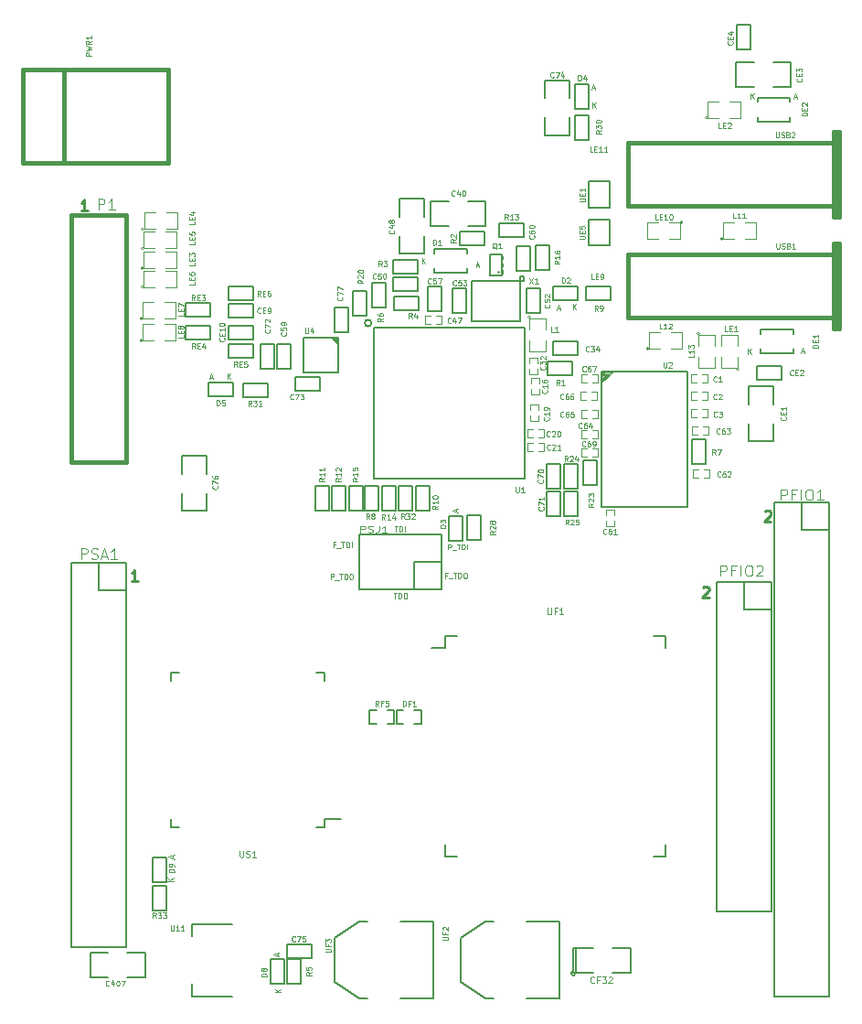
<source format=gto>
G04 #@! TF.FileFunction,Legend,Top*
%FSLAX46Y46*%
G04 Gerber Fmt 4.6, Leading zero omitted, Abs format (unit mm)*
G04 Created by KiCad (PCBNEW 0.201502071101+5410~21~ubuntu14.04.1-product) date mié 11 mar 2015 22:43:00 COT*
%MOMM*%
G01*
G04 APERTURE LIST*
%ADD10C,0.150000*%
%ADD11C,0.250000*%
%ADD12C,0.120000*%
%ADD13C,0.110000*%
%ADD14C,0.100000*%
%ADD15C,0.177800*%
%ADD16C,0.127000*%
%ADD17C,0.099060*%
%ADD18C,0.381000*%
%ADD19C,0.066040*%
%ADD20C,0.203200*%
%ADD21C,0.002540*%
%ADD22C,0.152400*%
%ADD23C,0.200660*%
%ADD24C,0.071120*%
%ADD25C,0.125000*%
%ADD26C,0.154000*%
G04 APERTURE END LIST*
D10*
D11*
X21945715Y-39752381D02*
X21374286Y-39752381D01*
X21660000Y-39752381D02*
X21660000Y-38752381D01*
X21564762Y-38895238D01*
X21469524Y-38990476D01*
X21374286Y-39038095D01*
X84674286Y-67577619D02*
X84721905Y-67530000D01*
X84817143Y-67482381D01*
X85055239Y-67482381D01*
X85150477Y-67530000D01*
X85198096Y-67577619D01*
X85245715Y-67672857D01*
X85245715Y-67768095D01*
X85198096Y-67910952D01*
X84626667Y-68482381D01*
X85245715Y-68482381D01*
X78934286Y-74617619D02*
X78981905Y-74570000D01*
X79077143Y-74522381D01*
X79315239Y-74522381D01*
X79410477Y-74570000D01*
X79458096Y-74617619D01*
X79505715Y-74712857D01*
X79505715Y-74808095D01*
X79458096Y-74950952D01*
X78886667Y-75522381D01*
X79505715Y-75522381D01*
X26615715Y-73982381D02*
X26044286Y-73982381D01*
X26330000Y-73982381D02*
X26330000Y-72982381D01*
X26234762Y-73125238D01*
X26139524Y-73220476D01*
X26044286Y-73268095D01*
D12*
X50295238Y-75116190D02*
X50580952Y-75116190D01*
X50438095Y-75616190D02*
X50438095Y-75116190D01*
X50747619Y-75616190D02*
X50747619Y-75116190D01*
X50866666Y-75116190D01*
X50938095Y-75140000D01*
X50985714Y-75187619D01*
X51009523Y-75235238D01*
X51033333Y-75330476D01*
X51033333Y-75401905D01*
X51009523Y-75497143D01*
X50985714Y-75544762D01*
X50938095Y-75592381D01*
X50866666Y-75616190D01*
X50747619Y-75616190D01*
X51342857Y-75116190D02*
X51438095Y-75116190D01*
X51485714Y-75140000D01*
X51533333Y-75187619D01*
X51557142Y-75282857D01*
X51557142Y-75449524D01*
X51533333Y-75544762D01*
X51485714Y-75592381D01*
X51438095Y-75616190D01*
X51342857Y-75616190D01*
X51295238Y-75592381D01*
X51247619Y-75544762D01*
X51223809Y-75449524D01*
X51223809Y-75282857D01*
X51247619Y-75187619D01*
X51295238Y-75140000D01*
X51342857Y-75116190D01*
X50388096Y-68926190D02*
X50673810Y-68926190D01*
X50530953Y-69426190D02*
X50530953Y-68926190D01*
X50840477Y-69426190D02*
X50840477Y-68926190D01*
X50959524Y-68926190D01*
X51030953Y-68950000D01*
X51078572Y-68997619D01*
X51102381Y-69045238D01*
X51126191Y-69140476D01*
X51126191Y-69211905D01*
X51102381Y-69307143D01*
X51078572Y-69354762D01*
X51030953Y-69402381D01*
X50959524Y-69426190D01*
X50840477Y-69426190D01*
X51340477Y-69426190D02*
X51340477Y-68926190D01*
X55359049Y-71096190D02*
X55359049Y-70596190D01*
X55549525Y-70596190D01*
X55597144Y-70620000D01*
X55620953Y-70643810D01*
X55644763Y-70691429D01*
X55644763Y-70762857D01*
X55620953Y-70810476D01*
X55597144Y-70834286D01*
X55549525Y-70858095D01*
X55359049Y-70858095D01*
X55740001Y-71143810D02*
X56120953Y-71143810D01*
X56168572Y-70596190D02*
X56454286Y-70596190D01*
X56311429Y-71096190D02*
X56311429Y-70596190D01*
X56620953Y-71096190D02*
X56620953Y-70596190D01*
X56740000Y-70596190D01*
X56811429Y-70620000D01*
X56859048Y-70667619D01*
X56882857Y-70715238D01*
X56906667Y-70810476D01*
X56906667Y-70881905D01*
X56882857Y-70977143D01*
X56859048Y-71024762D01*
X56811429Y-71072381D01*
X56740000Y-71096190D01*
X56620953Y-71096190D01*
X57120953Y-71096190D02*
X57120953Y-70596190D01*
X55268572Y-73474286D02*
X55101906Y-73474286D01*
X55101906Y-73736190D02*
X55101906Y-73236190D01*
X55340001Y-73236190D01*
X55411429Y-73783810D02*
X55792381Y-73783810D01*
X55840000Y-73236190D02*
X56125714Y-73236190D01*
X55982857Y-73736190D02*
X55982857Y-73236190D01*
X56292381Y-73736190D02*
X56292381Y-73236190D01*
X56411428Y-73236190D01*
X56482857Y-73260000D01*
X56530476Y-73307619D01*
X56554285Y-73355238D01*
X56578095Y-73450476D01*
X56578095Y-73521905D01*
X56554285Y-73617143D01*
X56530476Y-73664762D01*
X56482857Y-73712381D01*
X56411428Y-73736190D01*
X56292381Y-73736190D01*
X56887619Y-73236190D02*
X56982857Y-73236190D01*
X57030476Y-73260000D01*
X57078095Y-73307619D01*
X57101904Y-73402857D01*
X57101904Y-73569524D01*
X57078095Y-73664762D01*
X57030476Y-73712381D01*
X56982857Y-73736190D01*
X56887619Y-73736190D01*
X56840000Y-73712381D01*
X56792381Y-73664762D01*
X56768571Y-73569524D01*
X56768571Y-73402857D01*
X56792381Y-73307619D01*
X56840000Y-73260000D01*
X56887619Y-73236190D01*
X44466191Y-73846190D02*
X44466191Y-73346190D01*
X44656667Y-73346190D01*
X44704286Y-73370000D01*
X44728095Y-73393810D01*
X44751905Y-73441429D01*
X44751905Y-73512857D01*
X44728095Y-73560476D01*
X44704286Y-73584286D01*
X44656667Y-73608095D01*
X44466191Y-73608095D01*
X44847143Y-73893810D02*
X45228095Y-73893810D01*
X45275714Y-73346190D02*
X45561428Y-73346190D01*
X45418571Y-73846190D02*
X45418571Y-73346190D01*
X45728095Y-73846190D02*
X45728095Y-73346190D01*
X45847142Y-73346190D01*
X45918571Y-73370000D01*
X45966190Y-73417619D01*
X45989999Y-73465238D01*
X46013809Y-73560476D01*
X46013809Y-73631905D01*
X45989999Y-73727143D01*
X45966190Y-73774762D01*
X45918571Y-73822381D01*
X45847142Y-73846190D01*
X45728095Y-73846190D01*
X46323333Y-73346190D02*
X46418571Y-73346190D01*
X46466190Y-73370000D01*
X46513809Y-73417619D01*
X46537618Y-73512857D01*
X46537618Y-73679524D01*
X46513809Y-73774762D01*
X46466190Y-73822381D01*
X46418571Y-73846190D01*
X46323333Y-73846190D01*
X46275714Y-73822381D01*
X46228095Y-73774762D01*
X46204285Y-73679524D01*
X46204285Y-73512857D01*
X46228095Y-73417619D01*
X46275714Y-73370000D01*
X46323333Y-73346190D01*
X44881429Y-70654286D02*
X44714763Y-70654286D01*
X44714763Y-70916190D02*
X44714763Y-70416190D01*
X44952858Y-70416190D01*
X45024286Y-70963810D02*
X45405238Y-70963810D01*
X45452857Y-70416190D02*
X45738571Y-70416190D01*
X45595714Y-70916190D02*
X45595714Y-70416190D01*
X45905238Y-70916190D02*
X45905238Y-70416190D01*
X46024285Y-70416190D01*
X46095714Y-70440000D01*
X46143333Y-70487619D01*
X46167142Y-70535238D01*
X46190952Y-70630476D01*
X46190952Y-70701905D01*
X46167142Y-70797143D01*
X46143333Y-70844762D01*
X46095714Y-70892381D01*
X46024285Y-70916190D01*
X45905238Y-70916190D01*
X46405238Y-70916190D02*
X46405238Y-70416190D01*
D13*
X39545933Y-108701647D02*
X39545933Y-108463552D01*
X39688790Y-108749266D02*
X39188790Y-108582599D01*
X39688790Y-108415933D01*
X29815000Y-99665714D02*
X29815000Y-99394285D01*
X29977857Y-99719999D02*
X29407857Y-99529999D01*
X29977857Y-99339999D01*
X29947857Y-101809286D02*
X29377857Y-101809286D01*
X29947857Y-101483571D02*
X29622143Y-101727857D01*
X29377857Y-101483571D02*
X29703571Y-101809286D01*
X39868790Y-112043552D02*
X39368790Y-112043552D01*
X39868790Y-111757838D02*
X39583076Y-111972124D01*
X39368790Y-111757838D02*
X39654505Y-112043552D01*
X34929048Y-55326190D02*
X34929048Y-54826190D01*
X35214762Y-55326190D02*
X35000476Y-55040476D01*
X35214762Y-54826190D02*
X34929048Y-55111905D01*
X33290953Y-55183333D02*
X33529048Y-55183333D01*
X33243334Y-55326190D02*
X33410001Y-54826190D01*
X33576667Y-55326190D01*
X68710953Y-28399833D02*
X68949048Y-28399833D01*
X68663334Y-28542690D02*
X68830001Y-28042690D01*
X68996667Y-28542690D01*
X68724448Y-30206390D02*
X68724448Y-29706390D01*
X69010162Y-30206390D02*
X68795876Y-29920676D01*
X69010162Y-29706390D02*
X68724448Y-29992105D01*
X56103333Y-67579047D02*
X56103333Y-67340952D01*
X56246190Y-67626666D02*
X55746190Y-67459999D01*
X56246190Y-67293333D01*
X65480953Y-48773333D02*
X65719048Y-48773333D01*
X65433334Y-48916190D02*
X65600001Y-48416190D01*
X65766667Y-48916190D01*
X66929048Y-48876190D02*
X66929048Y-48376190D01*
X67214762Y-48876190D02*
X67000476Y-48590476D01*
X67214762Y-48376190D02*
X66929048Y-48661905D01*
D14*
X70440000Y-54680000D02*
X70470000Y-54680000D01*
X69550000Y-55570000D02*
X70440000Y-54680000D01*
X69580000Y-55640000D02*
X70540000Y-54680000D01*
X69580000Y-55490000D02*
X69580000Y-55640000D01*
X70390000Y-54680000D02*
X69580000Y-55490000D01*
X70280000Y-54680000D02*
X70390000Y-54680000D01*
X69590000Y-55370000D02*
X70280000Y-54680000D01*
X69690000Y-54680000D02*
X69690000Y-54670000D01*
X69590000Y-54780000D02*
X69690000Y-54680000D01*
X69590000Y-54880000D02*
X69830000Y-54640000D01*
X70050000Y-54680000D02*
X70120000Y-54680000D01*
X69550000Y-55180000D02*
X70050000Y-54680000D01*
X70180000Y-54670000D02*
X70180000Y-54640000D01*
X69600000Y-55250000D02*
X70180000Y-54670000D01*
D15*
X87021140Y-29280180D02*
X87021140Y-29678960D01*
X87021140Y-31479820D02*
X87021140Y-31081040D01*
X84018860Y-31479820D02*
X84018860Y-31081040D01*
X84018860Y-29280180D02*
X84018860Y-29678960D01*
X87021140Y-29280180D02*
X84018860Y-29280180D01*
X87021140Y-31479820D02*
X84018860Y-31479820D01*
X87321140Y-50730180D02*
X87321140Y-51128960D01*
X87321140Y-52929820D02*
X87321140Y-52531040D01*
X84318860Y-52929820D02*
X84318860Y-52531040D01*
X84318860Y-50730180D02*
X84318860Y-51128960D01*
X87321140Y-50730180D02*
X84318860Y-50730180D01*
X87321140Y-52929820D02*
X84318860Y-52929820D01*
X57081140Y-43300180D02*
X57081140Y-43698960D01*
X57081140Y-45499820D02*
X57081140Y-45101040D01*
X54078860Y-45499820D02*
X54078860Y-45101040D01*
X54078860Y-43300180D02*
X54078860Y-43698960D01*
X57081140Y-43300180D02*
X54078860Y-43300180D01*
X57081140Y-45499820D02*
X54078860Y-45499820D01*
D10*
X69990000Y-54640000D02*
X69540000Y-55090000D01*
X69540000Y-54640000D02*
X77540000Y-54640000D01*
X77540000Y-54640000D02*
X77540000Y-67140000D01*
X77540000Y-67140000D02*
X69540000Y-67140000D01*
X69540000Y-67140000D02*
X69540000Y-54640000D01*
D16*
X67373000Y-53125000D02*
X65087000Y-53125000D01*
X65087000Y-53125000D02*
X65087000Y-51855000D01*
X65087000Y-51855000D02*
X67373000Y-51855000D01*
X67373000Y-51855000D02*
X67373000Y-53125000D01*
X58810000Y-41183000D02*
X58810000Y-38897000D01*
X58810000Y-38897000D02*
X57159000Y-38897000D01*
X55381000Y-41183000D02*
X53730000Y-41183000D01*
X53730000Y-41183000D02*
X53730000Y-38897000D01*
X53730000Y-38897000D02*
X55381000Y-38897000D01*
X57159000Y-41183000D02*
X58810000Y-41183000D01*
X50857000Y-43740000D02*
X53143000Y-43740000D01*
X53143000Y-43740000D02*
X53143000Y-42089000D01*
X50857000Y-40311000D02*
X50857000Y-38660000D01*
X50857000Y-38660000D02*
X53143000Y-38660000D01*
X53143000Y-38660000D02*
X53143000Y-40311000D01*
X50857000Y-42089000D02*
X50857000Y-43740000D01*
X52553000Y-47165000D02*
X50267000Y-47165000D01*
X50267000Y-47165000D02*
X50267000Y-45895000D01*
X50267000Y-45895000D02*
X52553000Y-45895000D01*
X52553000Y-45895000D02*
X52553000Y-47165000D01*
X62575000Y-49253000D02*
X62575000Y-46967000D01*
X62575000Y-46967000D02*
X63845000Y-46967000D01*
X63845000Y-46967000D02*
X63845000Y-49253000D01*
X63845000Y-49253000D02*
X62575000Y-49253000D01*
X57065000Y-46887000D02*
X57065000Y-49173000D01*
X57065000Y-49173000D02*
X55795000Y-49173000D01*
X55795000Y-49173000D02*
X55795000Y-46887000D01*
X55795000Y-46887000D02*
X57065000Y-46887000D01*
X53485000Y-49043000D02*
X53485000Y-46757000D01*
X53485000Y-46757000D02*
X54755000Y-46757000D01*
X54755000Y-46757000D02*
X54755000Y-49043000D01*
X54755000Y-49043000D02*
X53485000Y-49043000D01*
X40760000Y-52082000D02*
X40760000Y-54368000D01*
X40760000Y-54368000D02*
X39490000Y-54368000D01*
X39490000Y-54368000D02*
X39490000Y-52082000D01*
X39490000Y-52082000D02*
X40760000Y-52082000D01*
X62935000Y-42997000D02*
X62935000Y-45283000D01*
X62935000Y-45283000D02*
X61665000Y-45283000D01*
X61665000Y-45283000D02*
X61665000Y-42997000D01*
X61665000Y-42997000D02*
X62935000Y-42997000D01*
X65775000Y-63147000D02*
X65775000Y-65433000D01*
X65775000Y-65433000D02*
X64505000Y-65433000D01*
X64505000Y-65433000D02*
X64505000Y-63147000D01*
X64505000Y-63147000D02*
X65775000Y-63147000D01*
X65775000Y-65747000D02*
X65775000Y-68033000D01*
X65775000Y-68033000D02*
X64505000Y-68033000D01*
X64505000Y-68033000D02*
X64505000Y-65747000D01*
X64505000Y-65747000D02*
X65775000Y-65747000D01*
X37990000Y-54368000D02*
X37990000Y-52082000D01*
X37990000Y-52082000D02*
X39260000Y-52082000D01*
X39260000Y-52082000D02*
X39260000Y-54368000D01*
X39260000Y-54368000D02*
X37990000Y-54368000D01*
X43493000Y-56385000D02*
X41207000Y-56385000D01*
X41207000Y-56385000D02*
X41207000Y-55115000D01*
X41207000Y-55115000D02*
X43493000Y-55115000D01*
X43493000Y-55115000D02*
X43493000Y-56385000D01*
X66569400Y-27681500D02*
X64283400Y-27681500D01*
X64283400Y-27681500D02*
X64283400Y-29332500D01*
X66569400Y-31110500D02*
X66569400Y-32761500D01*
X66569400Y-32761500D02*
X64283400Y-32761500D01*
X64283400Y-32761500D02*
X64283400Y-31110500D01*
X66569400Y-29332500D02*
X66569400Y-27681500D01*
X40432800Y-107589900D02*
X42718800Y-107589900D01*
X42718800Y-107589900D02*
X42718800Y-108859900D01*
X42718800Y-108859900D02*
X40432800Y-108859900D01*
X40432800Y-108859900D02*
X40432800Y-107589900D01*
X30704600Y-67534100D02*
X32990600Y-67534100D01*
X32990600Y-67534100D02*
X32990600Y-65883100D01*
X30704600Y-64105100D02*
X30704600Y-62454100D01*
X30704600Y-62454100D02*
X32990600Y-62454100D01*
X32990600Y-62454100D02*
X32990600Y-64105100D01*
X30704600Y-65883100D02*
X30704600Y-67534100D01*
X46065000Y-48727000D02*
X46065000Y-51013000D01*
X46065000Y-51013000D02*
X44795000Y-51013000D01*
X44795000Y-51013000D02*
X44795000Y-48727000D01*
X44795000Y-48727000D02*
X46065000Y-48727000D01*
X27301000Y-110663300D02*
X27301000Y-108377300D01*
X27301000Y-108377300D02*
X25650000Y-108377300D01*
X23872000Y-110663300D02*
X22221000Y-110663300D01*
X22221000Y-110663300D02*
X22221000Y-108377300D01*
X22221000Y-108377300D02*
X23872000Y-108377300D01*
X25650000Y-110663300D02*
X27301000Y-110663300D01*
X85503000Y-56000000D02*
X83217000Y-56000000D01*
X83217000Y-56000000D02*
X83217000Y-57651000D01*
X85503000Y-59429000D02*
X85503000Y-61080000D01*
X85503000Y-61080000D02*
X83217000Y-61080000D01*
X83217000Y-61080000D02*
X83217000Y-59429000D01*
X85503000Y-57651000D02*
X85503000Y-56000000D01*
X83987000Y-54095000D02*
X86273000Y-54095000D01*
X86273000Y-54095000D02*
X86273000Y-55365000D01*
X86273000Y-55365000D02*
X83987000Y-55365000D01*
X83987000Y-55365000D02*
X83987000Y-54095000D01*
X82040000Y-26037000D02*
X82040000Y-28323000D01*
X82040000Y-28323000D02*
X83691000Y-28323000D01*
X85469000Y-26037000D02*
X87120000Y-26037000D01*
X87120000Y-26037000D02*
X87120000Y-28323000D01*
X87120000Y-28323000D02*
X85469000Y-28323000D01*
X83691000Y-26037000D02*
X82040000Y-26037000D01*
X82075000Y-24863000D02*
X82075000Y-22577000D01*
X82075000Y-22577000D02*
X83345000Y-22577000D01*
X83345000Y-22577000D02*
X83345000Y-24863000D01*
X83345000Y-24863000D02*
X82075000Y-24863000D01*
X35027000Y-48335000D02*
X37313000Y-48335000D01*
X37313000Y-48335000D02*
X37313000Y-49605000D01*
X37313000Y-49605000D02*
X35027000Y-49605000D01*
X35027000Y-49605000D02*
X35027000Y-48335000D01*
X34987000Y-50355000D02*
X37273000Y-50355000D01*
X37273000Y-50355000D02*
X37273000Y-51625000D01*
X37273000Y-51625000D02*
X34987000Y-51625000D01*
X34987000Y-51625000D02*
X34987000Y-50355000D01*
X65082000Y-46790000D02*
X67368000Y-46790000D01*
X67368000Y-46790000D02*
X67368000Y-48060000D01*
X67368000Y-48060000D02*
X65082000Y-48060000D01*
X65082000Y-48060000D02*
X65082000Y-46790000D01*
X56675000Y-67987000D02*
X56675000Y-70273000D01*
X56675000Y-70273000D02*
X55405000Y-70273000D01*
X55405000Y-70273000D02*
X55405000Y-67987000D01*
X55405000Y-67987000D02*
X56675000Y-67987000D01*
X68398200Y-28037100D02*
X68398200Y-30323100D01*
X68398200Y-30323100D02*
X67128200Y-30323100D01*
X67128200Y-30323100D02*
X67128200Y-28037100D01*
X67128200Y-28037100D02*
X68398200Y-28037100D01*
X33127000Y-55685000D02*
X35413000Y-55685000D01*
X35413000Y-55685000D02*
X35413000Y-56955000D01*
X35413000Y-56955000D02*
X33127000Y-56955000D01*
X33127000Y-56955000D02*
X33127000Y-55685000D01*
X40172600Y-109024600D02*
X40172600Y-111310600D01*
X40172600Y-111310600D02*
X38902600Y-111310600D01*
X38902600Y-111310600D02*
X38902600Y-109024600D01*
X38902600Y-109024600D02*
X40172600Y-109024600D01*
X29215000Y-99557000D02*
X29215000Y-101843000D01*
X29215000Y-101843000D02*
X27945000Y-101843000D01*
X27945000Y-101843000D02*
X27945000Y-99557000D01*
X27945000Y-99557000D02*
X29215000Y-99557000D01*
D17*
X62985000Y-49569000D02*
G75*
G03X62985000Y-49569000I-127000J0D01*
G01*
X62858000Y-50712000D02*
X62858000Y-49696000D01*
X62858000Y-49696000D02*
X64382000Y-49696000D01*
X64382000Y-49696000D02*
X64382000Y-50712000D01*
X64382000Y-51728000D02*
X64382000Y-52744000D01*
X64382000Y-52744000D02*
X62858000Y-52744000D01*
X62858000Y-52744000D02*
X62858000Y-51728000D01*
X80826000Y-42342000D02*
G75*
G03X80826000Y-42342000I-127000J0D01*
G01*
X81842000Y-42342000D02*
X80826000Y-42342000D01*
X80826000Y-42342000D02*
X80826000Y-40818000D01*
X80826000Y-40818000D02*
X81842000Y-40818000D01*
X82858000Y-40818000D02*
X83874000Y-40818000D01*
X83874000Y-40818000D02*
X83874000Y-42342000D01*
X83874000Y-42342000D02*
X82858000Y-42342000D01*
X73956000Y-52532000D02*
G75*
G03X73956000Y-52532000I-127000J0D01*
G01*
X74972000Y-52532000D02*
X73956000Y-52532000D01*
X73956000Y-52532000D02*
X73956000Y-51008000D01*
X73956000Y-51008000D02*
X74972000Y-51008000D01*
X75988000Y-51008000D02*
X77004000Y-51008000D01*
X77004000Y-51008000D02*
X77004000Y-52532000D01*
X77004000Y-52532000D02*
X75988000Y-52532000D01*
X78685000Y-51119000D02*
G75*
G03X78685000Y-51119000I-127000J0D01*
G01*
X78558000Y-52262000D02*
X78558000Y-51246000D01*
X78558000Y-51246000D02*
X80082000Y-51246000D01*
X80082000Y-51246000D02*
X80082000Y-52262000D01*
X80082000Y-53278000D02*
X80082000Y-54294000D01*
X80082000Y-54294000D02*
X78558000Y-54294000D01*
X78558000Y-54294000D02*
X78558000Y-53278000D01*
X82269000Y-54431000D02*
G75*
G03X82269000Y-54431000I-127000J0D01*
G01*
X82142000Y-53288000D02*
X82142000Y-54304000D01*
X82142000Y-54304000D02*
X80618000Y-54304000D01*
X80618000Y-54304000D02*
X80618000Y-53288000D01*
X80618000Y-52272000D02*
X80618000Y-51256000D01*
X80618000Y-51256000D02*
X82142000Y-51256000D01*
X82142000Y-51256000D02*
X82142000Y-52272000D01*
X79406000Y-31152000D02*
G75*
G03X79406000Y-31152000I-127000J0D01*
G01*
X80422000Y-31152000D02*
X79406000Y-31152000D01*
X79406000Y-31152000D02*
X79406000Y-29628000D01*
X79406000Y-29628000D02*
X80422000Y-29628000D01*
X81438000Y-29628000D02*
X82454000Y-29628000D01*
X82454000Y-29628000D02*
X82454000Y-31152000D01*
X82454000Y-31152000D02*
X81438000Y-31152000D01*
X27156000Y-45072000D02*
G75*
G03X27156000Y-45072000I-127000J0D01*
G01*
X28172000Y-45072000D02*
X27156000Y-45072000D01*
X27156000Y-45072000D02*
X27156000Y-43548000D01*
X27156000Y-43548000D02*
X28172000Y-43548000D01*
X29188000Y-43548000D02*
X30204000Y-43548000D01*
X30204000Y-43548000D02*
X30204000Y-45072000D01*
X30204000Y-45072000D02*
X29188000Y-45072000D01*
X27186000Y-41442000D02*
G75*
G03X27186000Y-41442000I-127000J0D01*
G01*
X28202000Y-41442000D02*
X27186000Y-41442000D01*
X27186000Y-41442000D02*
X27186000Y-39918000D01*
X27186000Y-39918000D02*
X28202000Y-39918000D01*
X29218000Y-39918000D02*
X30234000Y-39918000D01*
X30234000Y-39918000D02*
X30234000Y-41442000D01*
X30234000Y-41442000D02*
X29218000Y-41442000D01*
X27166000Y-43232000D02*
G75*
G03X27166000Y-43232000I-127000J0D01*
G01*
X28182000Y-43232000D02*
X27166000Y-43232000D01*
X27166000Y-43232000D02*
X27166000Y-41708000D01*
X27166000Y-41708000D02*
X28182000Y-41708000D01*
X29198000Y-41708000D02*
X30214000Y-41708000D01*
X30214000Y-41708000D02*
X30214000Y-43232000D01*
X30214000Y-43232000D02*
X29198000Y-43232000D01*
X27176000Y-46822000D02*
G75*
G03X27176000Y-46822000I-127000J0D01*
G01*
X28192000Y-46822000D02*
X27176000Y-46822000D01*
X27176000Y-46822000D02*
X27176000Y-45298000D01*
X27176000Y-45298000D02*
X28192000Y-45298000D01*
X29208000Y-45298000D02*
X30224000Y-45298000D01*
X30224000Y-45298000D02*
X30224000Y-46822000D01*
X30224000Y-46822000D02*
X29208000Y-46822000D01*
X27046000Y-49692000D02*
G75*
G03X27046000Y-49692000I-127000J0D01*
G01*
X28062000Y-49692000D02*
X27046000Y-49692000D01*
X27046000Y-49692000D02*
X27046000Y-48168000D01*
X27046000Y-48168000D02*
X28062000Y-48168000D01*
X29078000Y-48168000D02*
X30094000Y-48168000D01*
X30094000Y-48168000D02*
X30094000Y-49692000D01*
X30094000Y-49692000D02*
X29078000Y-49692000D01*
X27046000Y-51722000D02*
G75*
G03X27046000Y-51722000I-127000J0D01*
G01*
X28062000Y-51722000D02*
X27046000Y-51722000D01*
X27046000Y-51722000D02*
X27046000Y-50198000D01*
X27046000Y-50198000D02*
X28062000Y-50198000D01*
X29078000Y-50198000D02*
X30094000Y-50198000D01*
X30094000Y-50198000D02*
X30094000Y-51722000D01*
X30094000Y-51722000D02*
X29078000Y-51722000D01*
X77098000Y-40828000D02*
G75*
G03X77098000Y-40828000I-127000J0D01*
G01*
X75828000Y-40828000D02*
X76844000Y-40828000D01*
X76844000Y-40828000D02*
X76844000Y-42352000D01*
X76844000Y-42352000D02*
X75828000Y-42352000D01*
X74812000Y-42352000D02*
X73796000Y-42352000D01*
X73796000Y-42352000D02*
X73796000Y-40828000D01*
X73796000Y-40828000D02*
X74812000Y-40828000D01*
D18*
X16696500Y-26729000D02*
X15934500Y-26729000D01*
X15934500Y-26729000D02*
X15934500Y-35365000D01*
X15934500Y-35365000D02*
X16696500Y-35365000D01*
X19744500Y-26729000D02*
X19744500Y-35365000D01*
X29396500Y-26729000D02*
X29396500Y-35365000D01*
X16696500Y-35365000D02*
X29396500Y-35365000D01*
X16696500Y-26729000D02*
X29396500Y-26729000D01*
D19*
X60389440Y-45547560D02*
X60389440Y-45247840D01*
X60389440Y-44899860D02*
X60389440Y-44600140D01*
X60389440Y-44252160D02*
X60389440Y-43952440D01*
X59190560Y-44252160D02*
X59190560Y-43952440D01*
X59190560Y-44899860D02*
X59190560Y-44600140D01*
X59190560Y-45547560D02*
X59190560Y-45247840D01*
D20*
X59241360Y-45748220D02*
X59241360Y-43751780D01*
X59241360Y-43751780D02*
X60338640Y-43751780D01*
X60338640Y-43751780D02*
X60338640Y-45748220D01*
X60338640Y-45748220D02*
X59241360Y-45748220D01*
D21*
X60143091Y-45448500D02*
G75*
G03X60143091Y-45448500I-104171J0D01*
G01*
D16*
X64557000Y-53665000D02*
X66843000Y-53665000D01*
X66843000Y-53665000D02*
X66843000Y-54935000D01*
X66843000Y-54935000D02*
X64557000Y-54935000D01*
X64557000Y-54935000D02*
X64557000Y-53665000D01*
X58693000Y-42965000D02*
X56407000Y-42965000D01*
X56407000Y-42965000D02*
X56407000Y-41695000D01*
X56407000Y-41695000D02*
X58693000Y-41695000D01*
X58693000Y-41695000D02*
X58693000Y-42965000D01*
X52543000Y-45535000D02*
X50257000Y-45535000D01*
X50257000Y-45535000D02*
X50257000Y-44265000D01*
X50257000Y-44265000D02*
X52543000Y-44265000D01*
X52543000Y-44265000D02*
X52543000Y-45535000D01*
X50367000Y-47725000D02*
X52653000Y-47725000D01*
X52653000Y-47725000D02*
X52653000Y-48995000D01*
X52653000Y-48995000D02*
X50367000Y-48995000D01*
X50367000Y-48995000D02*
X50367000Y-47725000D01*
X41677400Y-109012300D02*
X41677400Y-111298300D01*
X41677400Y-111298300D02*
X40407400Y-111298300D01*
X40407400Y-111298300D02*
X40407400Y-109012300D01*
X40407400Y-109012300D02*
X41677400Y-109012300D01*
X48285000Y-48693000D02*
X48285000Y-46407000D01*
X48285000Y-46407000D02*
X49555000Y-46407000D01*
X49555000Y-46407000D02*
X49555000Y-48693000D01*
X49555000Y-48693000D02*
X48285000Y-48693000D01*
X77965000Y-63193000D02*
X77965000Y-60907000D01*
X77965000Y-60907000D02*
X79235000Y-60907000D01*
X79235000Y-60907000D02*
X79235000Y-63193000D01*
X79235000Y-63193000D02*
X77965000Y-63193000D01*
X70418000Y-48060000D02*
X68132000Y-48060000D01*
X68132000Y-48060000D02*
X68132000Y-46790000D01*
X68132000Y-46790000D02*
X70418000Y-46790000D01*
X70418000Y-46790000D02*
X70418000Y-48060000D01*
X52335000Y-67513000D02*
X52335000Y-65227000D01*
X52335000Y-65227000D02*
X53605000Y-65227000D01*
X53605000Y-65227000D02*
X53605000Y-67513000D01*
X53605000Y-67513000D02*
X52335000Y-67513000D01*
X43045000Y-67483000D02*
X43045000Y-65197000D01*
X43045000Y-65197000D02*
X44315000Y-65197000D01*
X44315000Y-65197000D02*
X44315000Y-67483000D01*
X44315000Y-67483000D02*
X43045000Y-67483000D01*
X44565000Y-67473000D02*
X44565000Y-65187000D01*
X44565000Y-65187000D02*
X45835000Y-65187000D01*
X45835000Y-65187000D02*
X45835000Y-67473000D01*
X45835000Y-67473000D02*
X44565000Y-67473000D01*
X62373000Y-42165000D02*
X60087000Y-42165000D01*
X60087000Y-42165000D02*
X60087000Y-40895000D01*
X60087000Y-40895000D02*
X62373000Y-40895000D01*
X62373000Y-40895000D02*
X62373000Y-42165000D01*
X49215000Y-67493000D02*
X49215000Y-65207000D01*
X49215000Y-65207000D02*
X50485000Y-65207000D01*
X50485000Y-65207000D02*
X50485000Y-67493000D01*
X50485000Y-67493000D02*
X49215000Y-67493000D01*
X47415000Y-65207000D02*
X47415000Y-67493000D01*
X47415000Y-67493000D02*
X46145000Y-67493000D01*
X46145000Y-67493000D02*
X46145000Y-65207000D01*
X46145000Y-65207000D02*
X47415000Y-65207000D01*
X64715000Y-42977000D02*
X64715000Y-45263000D01*
X64715000Y-45263000D02*
X63445000Y-45263000D01*
X63445000Y-45263000D02*
X63445000Y-42977000D01*
X63445000Y-42977000D02*
X64715000Y-42977000D01*
X47795000Y-47197000D02*
X47795000Y-49483000D01*
X47795000Y-49483000D02*
X46525000Y-49483000D01*
X46525000Y-49483000D02*
X46525000Y-47197000D01*
X46525000Y-47197000D02*
X47795000Y-47197000D01*
X69125000Y-62847000D02*
X69125000Y-65133000D01*
X69125000Y-65133000D02*
X67855000Y-65133000D01*
X67855000Y-65133000D02*
X67855000Y-62847000D01*
X67855000Y-62847000D02*
X69125000Y-62847000D01*
X67375000Y-63147000D02*
X67375000Y-65433000D01*
X67375000Y-65433000D02*
X66105000Y-65433000D01*
X66105000Y-65433000D02*
X66105000Y-63147000D01*
X66105000Y-63147000D02*
X67375000Y-63147000D01*
X67375000Y-65747000D02*
X67375000Y-68033000D01*
X67375000Y-68033000D02*
X66105000Y-68033000D01*
X66105000Y-68033000D02*
X66105000Y-65747000D01*
X66105000Y-65747000D02*
X67375000Y-65747000D01*
X57140000Y-70243000D02*
X57140000Y-67957000D01*
X57140000Y-67957000D02*
X58410000Y-67957000D01*
X58410000Y-67957000D02*
X58410000Y-70243000D01*
X58410000Y-70243000D02*
X57140000Y-70243000D01*
X67128200Y-33167900D02*
X67128200Y-30881900D01*
X67128200Y-30881900D02*
X68398200Y-30881900D01*
X68398200Y-30881900D02*
X68398200Y-33167900D01*
X68398200Y-33167900D02*
X67128200Y-33167900D01*
X36347000Y-55695000D02*
X38633000Y-55695000D01*
X38633000Y-55695000D02*
X38633000Y-56965000D01*
X38633000Y-56965000D02*
X36347000Y-56965000D01*
X36347000Y-56965000D02*
X36347000Y-55695000D01*
X51995000Y-65217000D02*
X51995000Y-67503000D01*
X51995000Y-67503000D02*
X50725000Y-67503000D01*
X50725000Y-67503000D02*
X50725000Y-65217000D01*
X50725000Y-65217000D02*
X51995000Y-65217000D01*
X27975000Y-104493000D02*
X27975000Y-102207000D01*
X27975000Y-102207000D02*
X29245000Y-102207000D01*
X29245000Y-102207000D02*
X29245000Y-104493000D01*
X29245000Y-104493000D02*
X27975000Y-104493000D01*
X31067000Y-48295000D02*
X33353000Y-48295000D01*
X33353000Y-48295000D02*
X33353000Y-49565000D01*
X33353000Y-49565000D02*
X31067000Y-49565000D01*
X31067000Y-49565000D02*
X31067000Y-48295000D01*
X31047000Y-50365000D02*
X33333000Y-50365000D01*
X33333000Y-50365000D02*
X33333000Y-51635000D01*
X33333000Y-51635000D02*
X31047000Y-51635000D01*
X31047000Y-51635000D02*
X31047000Y-50365000D01*
X37273000Y-53335000D02*
X34987000Y-53335000D01*
X34987000Y-53335000D02*
X34987000Y-52065000D01*
X34987000Y-52065000D02*
X37273000Y-52065000D01*
X37273000Y-52065000D02*
X37273000Y-53335000D01*
X37303000Y-48035000D02*
X35017000Y-48035000D01*
X35017000Y-48035000D02*
X35017000Y-46765000D01*
X35017000Y-46765000D02*
X37303000Y-46765000D01*
X37303000Y-46765000D02*
X37303000Y-48035000D01*
D10*
X48256228Y-50140000D02*
G75*
G03X48256228Y-50140000I-316228J0D01*
G01*
X48440000Y-64540000D02*
X62440000Y-64540000D01*
X62440000Y-64540000D02*
X62440000Y-50540000D01*
X62440000Y-50540000D02*
X48440000Y-50540000D01*
X48440000Y-50540000D02*
X48440000Y-64540000D01*
X44960000Y-51520000D02*
X45160000Y-51720000D01*
X45160000Y-51720000D02*
X45160000Y-51920000D01*
X45160000Y-51920000D02*
X44760000Y-51520000D01*
X45160000Y-52070000D02*
X44610000Y-51520000D01*
X45160000Y-51520000D02*
X45160000Y-54720000D01*
X45160000Y-54720000D02*
X41960000Y-54720000D01*
X41960000Y-54720000D02*
X41960000Y-51520000D01*
X41960000Y-51520000D02*
X45160000Y-51520000D01*
D22*
X31635800Y-106895600D02*
X31635800Y-105727200D01*
X31635800Y-105727200D02*
X35344200Y-105727200D01*
X35344200Y-112432800D02*
X31635800Y-112432800D01*
X31635800Y-112432800D02*
X31635800Y-111264400D01*
D16*
X70338220Y-37036040D02*
X68341780Y-37036040D01*
X68341780Y-37036040D02*
X68341780Y-39443960D01*
X68341780Y-39443960D02*
X70338220Y-39443960D01*
X70338220Y-39443960D02*
X70338220Y-37036040D01*
X68351780Y-42943960D02*
X70348220Y-42943960D01*
X70348220Y-42943960D02*
X70348220Y-40536040D01*
X70348220Y-40536040D02*
X68351780Y-40536040D01*
X68351780Y-40536040D02*
X68351780Y-42943960D01*
D18*
X91327000Y-42813000D02*
X91327000Y-50687000D01*
X91073000Y-50687000D02*
X91581000Y-50687000D01*
X91581000Y-50687000D02*
X91581000Y-42813000D01*
X91581000Y-42813000D02*
X91073000Y-42813000D01*
X91073000Y-42813000D02*
X91073000Y-50687000D01*
X72023000Y-43829000D02*
X72023000Y-49671000D01*
X72023000Y-49671000D02*
X91327000Y-49671000D01*
X91327000Y-43829000D02*
X72023000Y-43829000D01*
X91327000Y-32488000D02*
X91327000Y-40362000D01*
X91073000Y-40362000D02*
X91581000Y-40362000D01*
X91581000Y-40362000D02*
X91581000Y-32488000D01*
X91581000Y-32488000D02*
X91073000Y-32488000D01*
X91073000Y-32488000D02*
X91073000Y-40362000D01*
X72023000Y-33504000D02*
X72023000Y-39346000D01*
X72023000Y-39346000D02*
X91327000Y-39346000D01*
X91327000Y-33504000D02*
X72023000Y-33504000D01*
D23*
X62351140Y-46239240D02*
X57550540Y-46239240D01*
X57550540Y-46239240D02*
X57550540Y-49940020D01*
X57550540Y-49940020D02*
X62048880Y-49940020D01*
X62048880Y-49940020D02*
X62048880Y-46041120D01*
X62048880Y-46041120D02*
X62048880Y-45840460D01*
X62048880Y-45840460D02*
X62351140Y-45840460D01*
X62351140Y-45840460D02*
X62351140Y-46140180D01*
D24*
X78386000Y-54909000D02*
X77878000Y-54909000D01*
X77878000Y-54909000D02*
X77878000Y-55671000D01*
X77878000Y-55671000D02*
X78386000Y-55671000D01*
X78894000Y-54909000D02*
X79402000Y-54909000D01*
X79402000Y-54909000D02*
X79402000Y-55671000D01*
X79402000Y-55671000D02*
X78894000Y-55671000D01*
X78386000Y-56509000D02*
X77878000Y-56509000D01*
X77878000Y-56509000D02*
X77878000Y-57271000D01*
X77878000Y-57271000D02*
X78386000Y-57271000D01*
X78894000Y-56509000D02*
X79402000Y-56509000D01*
X79402000Y-56509000D02*
X79402000Y-57271000D01*
X79402000Y-57271000D02*
X78894000Y-57271000D01*
X78386000Y-58109000D02*
X77878000Y-58109000D01*
X77878000Y-58109000D02*
X77878000Y-58871000D01*
X77878000Y-58871000D02*
X78386000Y-58871000D01*
X78894000Y-58109000D02*
X79402000Y-58109000D01*
X79402000Y-58109000D02*
X79402000Y-58871000D01*
X79402000Y-58871000D02*
X78894000Y-58871000D01*
X70721000Y-67886000D02*
X70721000Y-67378000D01*
X70721000Y-67378000D02*
X69959000Y-67378000D01*
X69959000Y-67378000D02*
X69959000Y-67886000D01*
X70721000Y-68394000D02*
X70721000Y-68902000D01*
X70721000Y-68902000D02*
X69959000Y-68902000D01*
X69959000Y-68902000D02*
X69959000Y-68394000D01*
X78486000Y-63709000D02*
X77978000Y-63709000D01*
X77978000Y-63709000D02*
X77978000Y-64471000D01*
X77978000Y-64471000D02*
X78486000Y-64471000D01*
X78994000Y-63709000D02*
X79502000Y-63709000D01*
X79502000Y-63709000D02*
X79502000Y-64471000D01*
X79502000Y-64471000D02*
X78994000Y-64471000D01*
X78436000Y-59709000D02*
X77928000Y-59709000D01*
X77928000Y-59709000D02*
X77928000Y-60471000D01*
X77928000Y-60471000D02*
X78436000Y-60471000D01*
X78944000Y-59709000D02*
X79452000Y-59709000D01*
X79452000Y-59709000D02*
X79452000Y-60471000D01*
X79452000Y-60471000D02*
X78944000Y-60471000D01*
X68694000Y-60821000D02*
X69202000Y-60821000D01*
X69202000Y-60821000D02*
X69202000Y-60059000D01*
X69202000Y-60059000D02*
X68694000Y-60059000D01*
X68186000Y-60821000D02*
X67678000Y-60821000D01*
X67678000Y-60821000D02*
X67678000Y-60059000D01*
X67678000Y-60059000D02*
X68186000Y-60059000D01*
X68694000Y-62471000D02*
X69202000Y-62471000D01*
X69202000Y-62471000D02*
X69202000Y-61709000D01*
X69202000Y-61709000D02*
X68694000Y-61709000D01*
X68186000Y-62471000D02*
X67678000Y-62471000D01*
X67678000Y-62471000D02*
X67678000Y-61709000D01*
X67678000Y-61709000D02*
X68186000Y-61709000D01*
X68694000Y-58971000D02*
X69202000Y-58971000D01*
X69202000Y-58971000D02*
X69202000Y-58209000D01*
X69202000Y-58209000D02*
X68694000Y-58209000D01*
X68186000Y-58971000D02*
X67678000Y-58971000D01*
X67678000Y-58971000D02*
X67678000Y-58209000D01*
X67678000Y-58209000D02*
X68186000Y-58209000D01*
X68644000Y-57271000D02*
X69152000Y-57271000D01*
X69152000Y-57271000D02*
X69152000Y-56509000D01*
X69152000Y-56509000D02*
X68644000Y-56509000D01*
X68136000Y-57271000D02*
X67628000Y-57271000D01*
X67628000Y-57271000D02*
X67628000Y-56509000D01*
X67628000Y-56509000D02*
X68136000Y-56509000D01*
X68694000Y-55671000D02*
X69202000Y-55671000D01*
X69202000Y-55671000D02*
X69202000Y-54909000D01*
X69202000Y-54909000D02*
X68694000Y-54909000D01*
X68186000Y-55671000D02*
X67678000Y-55671000D01*
X67678000Y-55671000D02*
X67678000Y-54909000D01*
X67678000Y-54909000D02*
X68186000Y-54909000D01*
X63771000Y-55696000D02*
X63771000Y-55188000D01*
X63771000Y-55188000D02*
X63009000Y-55188000D01*
X63009000Y-55188000D02*
X63009000Y-55696000D01*
X63771000Y-56204000D02*
X63771000Y-56712000D01*
X63771000Y-56712000D02*
X63009000Y-56712000D01*
X63009000Y-56712000D02*
X63009000Y-56204000D01*
X63751000Y-58226000D02*
X63751000Y-57718000D01*
X63751000Y-57718000D02*
X62989000Y-57718000D01*
X62989000Y-57718000D02*
X62989000Y-58226000D01*
X63751000Y-58734000D02*
X63751000Y-59242000D01*
X63751000Y-59242000D02*
X62989000Y-59242000D01*
X62989000Y-59242000D02*
X62989000Y-58734000D01*
X63206000Y-59979000D02*
X62698000Y-59979000D01*
X62698000Y-59979000D02*
X62698000Y-60741000D01*
X62698000Y-60741000D02*
X63206000Y-60741000D01*
X63714000Y-59979000D02*
X64222000Y-59979000D01*
X64222000Y-59979000D02*
X64222000Y-60741000D01*
X64222000Y-60741000D02*
X63714000Y-60741000D01*
X63216000Y-61249000D02*
X62708000Y-61249000D01*
X62708000Y-61249000D02*
X62708000Y-62011000D01*
X62708000Y-62011000D02*
X63216000Y-62011000D01*
X63724000Y-61249000D02*
X64232000Y-61249000D01*
X64232000Y-61249000D02*
X64232000Y-62011000D01*
X64232000Y-62011000D02*
X63724000Y-62011000D01*
X53716000Y-49489000D02*
X53208000Y-49489000D01*
X53208000Y-49489000D02*
X53208000Y-50251000D01*
X53208000Y-50251000D02*
X53716000Y-50251000D01*
X54224000Y-49489000D02*
X54732000Y-49489000D01*
X54732000Y-49489000D02*
X54732000Y-50251000D01*
X54732000Y-50251000D02*
X54224000Y-50251000D01*
D16*
X48935000Y-65207000D02*
X48935000Y-67493000D01*
X48935000Y-67493000D02*
X47665000Y-67493000D01*
X47665000Y-67493000D02*
X47665000Y-65207000D01*
X47665000Y-65207000D02*
X48935000Y-65207000D01*
D24*
X62899000Y-54394000D02*
X62899000Y-54902000D01*
X62899000Y-54902000D02*
X63661000Y-54902000D01*
X63661000Y-54902000D02*
X63661000Y-54394000D01*
X62899000Y-53886000D02*
X62899000Y-53378000D01*
X62899000Y-53378000D02*
X63661000Y-53378000D01*
X63661000Y-53378000D02*
X63661000Y-53886000D01*
D18*
X20410000Y-45270000D02*
X20410000Y-40190000D01*
X25490000Y-40190000D02*
X25490000Y-45270000D01*
X25490000Y-40190000D02*
X20410000Y-40190000D01*
X20410000Y-45270000D02*
X20410000Y-63050000D01*
X20410000Y-63050000D02*
X25490000Y-63050000D01*
X25490000Y-63050000D02*
X25490000Y-45270000D01*
D10*
X55105000Y-79125000D02*
X55105000Y-80175000D01*
X75455000Y-79125000D02*
X75455000Y-80175000D01*
X75455000Y-99475000D02*
X75455000Y-98425000D01*
X55105000Y-99475000D02*
X55105000Y-98425000D01*
X55105000Y-79125000D02*
X56155000Y-79125000D01*
X55105000Y-99475000D02*
X56155000Y-99475000D01*
X75455000Y-99475000D02*
X74405000Y-99475000D01*
X75455000Y-79125000D02*
X74405000Y-79125000D01*
X55105000Y-80175000D02*
X53805000Y-80175000D01*
X43915000Y-96765000D02*
X43915000Y-96005000D01*
X29665000Y-96765000D02*
X29665000Y-96005000D01*
X29665000Y-82515000D02*
X29665000Y-83275000D01*
X43915000Y-82515000D02*
X43915000Y-83275000D01*
X43915000Y-96765000D02*
X43155000Y-96765000D01*
X43915000Y-82515000D02*
X43155000Y-82515000D01*
X29665000Y-82515000D02*
X30425000Y-82515000D01*
X29665000Y-96765000D02*
X30425000Y-96765000D01*
X43915000Y-96005000D02*
X45440000Y-96005000D01*
D20*
X67104605Y-110345800D02*
G75*
G03X67104605Y-110345800I-179605J0D01*
G01*
D16*
X67179000Y-107932800D02*
X66925000Y-107932800D01*
X66925000Y-107932800D02*
X66925000Y-110218800D01*
X66925000Y-110218800D02*
X67179000Y-110218800D01*
X67179000Y-107932800D02*
X67179000Y-110218800D01*
X67179000Y-110218800D02*
X68830000Y-110218800D01*
X70608000Y-107932800D02*
X72259000Y-107932800D01*
X72259000Y-107932800D02*
X72259000Y-110218800D01*
X72259000Y-110218800D02*
X70608000Y-110218800D01*
X68830000Y-107932800D02*
X67179000Y-107932800D01*
D10*
X62574000Y-112636000D02*
X65622000Y-112636000D01*
X65622000Y-112636000D02*
X65622000Y-105524000D01*
X65622000Y-105524000D02*
X62574000Y-105524000D01*
X59526000Y-112636000D02*
X58764000Y-112636000D01*
X58764000Y-112636000D02*
X56478000Y-111112000D01*
X56478000Y-111112000D02*
X56478000Y-107048000D01*
X56478000Y-107048000D02*
X58764000Y-105524000D01*
X58764000Y-105524000D02*
X59526000Y-105524000D01*
X50894000Y-112666000D02*
X53942000Y-112666000D01*
X53942000Y-112666000D02*
X53942000Y-105554000D01*
X53942000Y-105554000D02*
X50894000Y-105554000D01*
X47846000Y-112666000D02*
X47084000Y-112666000D01*
X47084000Y-112666000D02*
X44798000Y-111142000D01*
X44798000Y-111142000D02*
X44798000Y-107078000D01*
X44798000Y-107078000D02*
X47084000Y-105554000D01*
X47084000Y-105554000D02*
X47846000Y-105554000D01*
X85560000Y-66750000D02*
X85560000Y-112470000D01*
X90640000Y-112470000D02*
X90640000Y-69290000D01*
X85560000Y-112470000D02*
X90640000Y-112470000D01*
X85560000Y-66750000D02*
X88100000Y-66750000D01*
X90640000Y-66750000D02*
X90640000Y-69290000D01*
X88100000Y-66750000D02*
X88100000Y-69290000D01*
X88100000Y-69290000D02*
X90640000Y-69290000D01*
X90640000Y-66750000D02*
X88100000Y-66750000D01*
X80210000Y-104580000D02*
X80210000Y-74100000D01*
X85290000Y-76640000D02*
X85290000Y-104580000D01*
X80210000Y-104580000D02*
X85290000Y-104580000D01*
X80210000Y-74100000D02*
X82750000Y-74100000D01*
X85290000Y-74100000D02*
X85290000Y-76640000D01*
X82750000Y-74100000D02*
X82750000Y-76640000D01*
X82750000Y-76640000D02*
X85290000Y-76640000D01*
X85290000Y-74100000D02*
X82750000Y-74100000D01*
X20410000Y-107910000D02*
X20410000Y-72350000D01*
X25490000Y-74890000D02*
X25490000Y-107910000D01*
X20410000Y-107910000D02*
X25490000Y-107910000D01*
X20410000Y-72350000D02*
X22950000Y-72350000D01*
X25490000Y-72350000D02*
X25490000Y-74890000D01*
X22950000Y-72350000D02*
X22950000Y-74890000D01*
X22950000Y-74890000D02*
X25490000Y-74890000D01*
X25490000Y-72350000D02*
X22950000Y-72350000D01*
D22*
X50547000Y-85925000D02*
X51182000Y-85925000D01*
X52833000Y-85925000D02*
X52198000Y-85925000D01*
X52833000Y-87195000D02*
X52833000Y-85925000D01*
X50547000Y-87195000D02*
X50547000Y-85925000D01*
X52833000Y-87195000D02*
X52198000Y-87195000D01*
X50547000Y-87195000D02*
X51182000Y-87195000D01*
D10*
X54730000Y-72240000D02*
X52190000Y-72240000D01*
X52190000Y-72240000D02*
X52190000Y-74780000D01*
X54730000Y-74780000D02*
X47110000Y-74780000D01*
X47110000Y-74780000D02*
X47110000Y-69700000D01*
X47110000Y-69700000D02*
X52190000Y-69700000D01*
X54730000Y-74780000D02*
X54730000Y-72240000D01*
X54730000Y-69700000D02*
X54730000Y-72240000D01*
X52190000Y-69700000D02*
X54730000Y-69700000D01*
D22*
X50373000Y-87195000D02*
X49738000Y-87195000D01*
X48087000Y-87195000D02*
X48722000Y-87195000D01*
X48087000Y-85925000D02*
X48087000Y-87195000D01*
X50373000Y-85925000D02*
X50373000Y-87195000D01*
X48087000Y-85925000D02*
X48722000Y-85925000D01*
X50373000Y-85925000D02*
X49738000Y-85925000D01*
D12*
X88626190Y-30965237D02*
X88126190Y-30965237D01*
X88126190Y-30846190D01*
X88150000Y-30774761D01*
X88197619Y-30727142D01*
X88245238Y-30703333D01*
X88340476Y-30679523D01*
X88411905Y-30679523D01*
X88507143Y-30703333D01*
X88554762Y-30727142D01*
X88602381Y-30774761D01*
X88626190Y-30846190D01*
X88626190Y-30965237D01*
X88364286Y-30465237D02*
X88364286Y-30298571D01*
X88626190Y-30227142D02*
X88626190Y-30465237D01*
X88126190Y-30465237D01*
X88126190Y-30227142D01*
X88173810Y-30036666D02*
X88150000Y-30012856D01*
X88126190Y-29965237D01*
X88126190Y-29846190D01*
X88150000Y-29798571D01*
X88173810Y-29774761D01*
X88221429Y-29750952D01*
X88269048Y-29750952D01*
X88340476Y-29774761D01*
X88626190Y-30060475D01*
X88626190Y-29750952D01*
D13*
X83389048Y-29366190D02*
X83389048Y-28866190D01*
X83674762Y-29366190D02*
X83460476Y-29080476D01*
X83674762Y-28866190D02*
X83389048Y-29151905D01*
X87420953Y-29253333D02*
X87659048Y-29253333D01*
X87373334Y-29396190D02*
X87540001Y-28896190D01*
X87706667Y-29396190D01*
D12*
X89626190Y-52425237D02*
X89126190Y-52425237D01*
X89126190Y-52306190D01*
X89150000Y-52234761D01*
X89197619Y-52187142D01*
X89245238Y-52163333D01*
X89340476Y-52139523D01*
X89411905Y-52139523D01*
X89507143Y-52163333D01*
X89554762Y-52187142D01*
X89602381Y-52234761D01*
X89626190Y-52306190D01*
X89626190Y-52425237D01*
X89364286Y-51925237D02*
X89364286Y-51758571D01*
X89626190Y-51687142D02*
X89626190Y-51925237D01*
X89126190Y-51925237D01*
X89126190Y-51687142D01*
X89626190Y-51210952D02*
X89626190Y-51496666D01*
X89626190Y-51353809D02*
X89126190Y-51353809D01*
X89197619Y-51401428D01*
X89245238Y-51449047D01*
X89269048Y-51496666D01*
D13*
X83119048Y-52996190D02*
X83119048Y-52496190D01*
X83404762Y-52996190D02*
X83190476Y-52710476D01*
X83404762Y-52496190D02*
X83119048Y-52781905D01*
X88070953Y-52763333D02*
X88309048Y-52763333D01*
X88023334Y-52906190D02*
X88190001Y-52406190D01*
X88356667Y-52906190D01*
D12*
X53960953Y-42926190D02*
X53960953Y-42426190D01*
X54080000Y-42426190D01*
X54151429Y-42450000D01*
X54199048Y-42497619D01*
X54222857Y-42545238D01*
X54246667Y-42640476D01*
X54246667Y-42711905D01*
X54222857Y-42807143D01*
X54199048Y-42854762D01*
X54151429Y-42902381D01*
X54080000Y-42926190D01*
X53960953Y-42926190D01*
X54722857Y-42926190D02*
X54437143Y-42926190D01*
X54580000Y-42926190D02*
X54580000Y-42426190D01*
X54532381Y-42497619D01*
X54484762Y-42545238D01*
X54437143Y-42569048D01*
D13*
X52939048Y-44636190D02*
X52939048Y-44136190D01*
X53224762Y-44636190D02*
X53010476Y-44350476D01*
X53224762Y-44136190D02*
X52939048Y-44421905D01*
X57960953Y-44793333D02*
X58199048Y-44793333D01*
X57913334Y-44936190D02*
X58080001Y-44436190D01*
X58246667Y-44936190D01*
D12*
X75269048Y-53756190D02*
X75269048Y-54160952D01*
X75292857Y-54208571D01*
X75316667Y-54232381D01*
X75364286Y-54256190D01*
X75459524Y-54256190D01*
X75507143Y-54232381D01*
X75530952Y-54208571D01*
X75554762Y-54160952D01*
X75554762Y-53756190D01*
X75769048Y-53803810D02*
X75792858Y-53780000D01*
X75840477Y-53756190D01*
X75959524Y-53756190D01*
X76007143Y-53780000D01*
X76030953Y-53803810D01*
X76054762Y-53851429D01*
X76054762Y-53899048D01*
X76030953Y-53970476D01*
X75745239Y-54256190D01*
X76054762Y-54256190D01*
X68408572Y-52738571D02*
X68384762Y-52762381D01*
X68313334Y-52786190D01*
X68265715Y-52786190D01*
X68194286Y-52762381D01*
X68146667Y-52714762D01*
X68122858Y-52667143D01*
X68099048Y-52571905D01*
X68099048Y-52500476D01*
X68122858Y-52405238D01*
X68146667Y-52357619D01*
X68194286Y-52310000D01*
X68265715Y-52286190D01*
X68313334Y-52286190D01*
X68384762Y-52310000D01*
X68408572Y-52333810D01*
X68575239Y-52286190D02*
X68884762Y-52286190D01*
X68718096Y-52476667D01*
X68789524Y-52476667D01*
X68837143Y-52500476D01*
X68860953Y-52524286D01*
X68884762Y-52571905D01*
X68884762Y-52690952D01*
X68860953Y-52738571D01*
X68837143Y-52762381D01*
X68789524Y-52786190D01*
X68646667Y-52786190D01*
X68599048Y-52762381D01*
X68575239Y-52738571D01*
X69313333Y-52452857D02*
X69313333Y-52786190D01*
X69194286Y-52262381D02*
X69075238Y-52619524D01*
X69384762Y-52619524D01*
X55978572Y-38328571D02*
X55954762Y-38352381D01*
X55883334Y-38376190D01*
X55835715Y-38376190D01*
X55764286Y-38352381D01*
X55716667Y-38304762D01*
X55692858Y-38257143D01*
X55669048Y-38161905D01*
X55669048Y-38090476D01*
X55692858Y-37995238D01*
X55716667Y-37947619D01*
X55764286Y-37900000D01*
X55835715Y-37876190D01*
X55883334Y-37876190D01*
X55954762Y-37900000D01*
X55978572Y-37923810D01*
X56407143Y-38042857D02*
X56407143Y-38376190D01*
X56288096Y-37852381D02*
X56169048Y-38209524D01*
X56478572Y-38209524D01*
X56764286Y-37876190D02*
X56811905Y-37876190D01*
X56859524Y-37900000D01*
X56883333Y-37923810D01*
X56907143Y-37971429D01*
X56930952Y-38066667D01*
X56930952Y-38185714D01*
X56907143Y-38280952D01*
X56883333Y-38328571D01*
X56859524Y-38352381D01*
X56811905Y-38376190D01*
X56764286Y-38376190D01*
X56716667Y-38352381D01*
X56692857Y-38328571D01*
X56669048Y-38280952D01*
X56645238Y-38185714D01*
X56645238Y-38066667D01*
X56669048Y-37971429D01*
X56692857Y-37923810D01*
X56716667Y-37900000D01*
X56764286Y-37876190D01*
X50318571Y-41551428D02*
X50342381Y-41575238D01*
X50366190Y-41646666D01*
X50366190Y-41694285D01*
X50342381Y-41765714D01*
X50294762Y-41813333D01*
X50247143Y-41837142D01*
X50151905Y-41860952D01*
X50080476Y-41860952D01*
X49985238Y-41837142D01*
X49937619Y-41813333D01*
X49890000Y-41765714D01*
X49866190Y-41694285D01*
X49866190Y-41646666D01*
X49890000Y-41575238D01*
X49913810Y-41551428D01*
X50032857Y-41122857D02*
X50366190Y-41122857D01*
X49842381Y-41241904D02*
X50199524Y-41360952D01*
X50199524Y-41051428D01*
X50080476Y-40789524D02*
X50056667Y-40837143D01*
X50032857Y-40860952D01*
X49985238Y-40884762D01*
X49961429Y-40884762D01*
X49913810Y-40860952D01*
X49890000Y-40837143D01*
X49866190Y-40789524D01*
X49866190Y-40694286D01*
X49890000Y-40646667D01*
X49913810Y-40622857D01*
X49961429Y-40599048D01*
X49985238Y-40599048D01*
X50032857Y-40622857D01*
X50056667Y-40646667D01*
X50080476Y-40694286D01*
X50080476Y-40789524D01*
X50104286Y-40837143D01*
X50128095Y-40860952D01*
X50175714Y-40884762D01*
X50270952Y-40884762D01*
X50318571Y-40860952D01*
X50342381Y-40837143D01*
X50366190Y-40789524D01*
X50366190Y-40694286D01*
X50342381Y-40646667D01*
X50318571Y-40622857D01*
X50270952Y-40599048D01*
X50175714Y-40599048D01*
X50128095Y-40622857D01*
X50104286Y-40646667D01*
X50080476Y-40694286D01*
X48658572Y-45998571D02*
X48634762Y-46022381D01*
X48563334Y-46046190D01*
X48515715Y-46046190D01*
X48444286Y-46022381D01*
X48396667Y-45974762D01*
X48372858Y-45927143D01*
X48349048Y-45831905D01*
X48349048Y-45760476D01*
X48372858Y-45665238D01*
X48396667Y-45617619D01*
X48444286Y-45570000D01*
X48515715Y-45546190D01*
X48563334Y-45546190D01*
X48634762Y-45570000D01*
X48658572Y-45593810D01*
X49110953Y-45546190D02*
X48872858Y-45546190D01*
X48849048Y-45784286D01*
X48872858Y-45760476D01*
X48920477Y-45736667D01*
X49039524Y-45736667D01*
X49087143Y-45760476D01*
X49110953Y-45784286D01*
X49134762Y-45831905D01*
X49134762Y-45950952D01*
X49110953Y-45998571D01*
X49087143Y-46022381D01*
X49039524Y-46046190D01*
X48920477Y-46046190D01*
X48872858Y-46022381D01*
X48849048Y-45998571D01*
X49444286Y-45546190D02*
X49491905Y-45546190D01*
X49539524Y-45570000D01*
X49563333Y-45593810D01*
X49587143Y-45641429D01*
X49610952Y-45736667D01*
X49610952Y-45855714D01*
X49587143Y-45950952D01*
X49563333Y-45998571D01*
X49539524Y-46022381D01*
X49491905Y-46046190D01*
X49444286Y-46046190D01*
X49396667Y-46022381D01*
X49372857Y-45998571D01*
X49349048Y-45950952D01*
X49325238Y-45855714D01*
X49325238Y-45736667D01*
X49349048Y-45641429D01*
X49372857Y-45593810D01*
X49396667Y-45570000D01*
X49444286Y-45546190D01*
X64718571Y-48421428D02*
X64742381Y-48445238D01*
X64766190Y-48516666D01*
X64766190Y-48564285D01*
X64742381Y-48635714D01*
X64694762Y-48683333D01*
X64647143Y-48707142D01*
X64551905Y-48730952D01*
X64480476Y-48730952D01*
X64385238Y-48707142D01*
X64337619Y-48683333D01*
X64290000Y-48635714D01*
X64266190Y-48564285D01*
X64266190Y-48516666D01*
X64290000Y-48445238D01*
X64313810Y-48421428D01*
X64266190Y-47969047D02*
X64266190Y-48207142D01*
X64504286Y-48230952D01*
X64480476Y-48207142D01*
X64456667Y-48159523D01*
X64456667Y-48040476D01*
X64480476Y-47992857D01*
X64504286Y-47969047D01*
X64551905Y-47945238D01*
X64670952Y-47945238D01*
X64718571Y-47969047D01*
X64742381Y-47992857D01*
X64766190Y-48040476D01*
X64766190Y-48159523D01*
X64742381Y-48207142D01*
X64718571Y-48230952D01*
X64313810Y-47754762D02*
X64290000Y-47730952D01*
X64266190Y-47683333D01*
X64266190Y-47564286D01*
X64290000Y-47516667D01*
X64313810Y-47492857D01*
X64361429Y-47469048D01*
X64409048Y-47469048D01*
X64480476Y-47492857D01*
X64766190Y-47778571D01*
X64766190Y-47469048D01*
D13*
X56098572Y-46618571D02*
X56074762Y-46642381D01*
X56003334Y-46666190D01*
X55955715Y-46666190D01*
X55884286Y-46642381D01*
X55836667Y-46594762D01*
X55812858Y-46547143D01*
X55789048Y-46451905D01*
X55789048Y-46380476D01*
X55812858Y-46285238D01*
X55836667Y-46237619D01*
X55884286Y-46190000D01*
X55955715Y-46166190D01*
X56003334Y-46166190D01*
X56074762Y-46190000D01*
X56098572Y-46213810D01*
X56550953Y-46166190D02*
X56312858Y-46166190D01*
X56289048Y-46404286D01*
X56312858Y-46380476D01*
X56360477Y-46356667D01*
X56479524Y-46356667D01*
X56527143Y-46380476D01*
X56550953Y-46404286D01*
X56574762Y-46451905D01*
X56574762Y-46570952D01*
X56550953Y-46618571D01*
X56527143Y-46642381D01*
X56479524Y-46666190D01*
X56360477Y-46666190D01*
X56312858Y-46642381D01*
X56289048Y-46618571D01*
X56741429Y-46166190D02*
X57050952Y-46166190D01*
X56884286Y-46356667D01*
X56955714Y-46356667D01*
X57003333Y-46380476D01*
X57027143Y-46404286D01*
X57050952Y-46451905D01*
X57050952Y-46570952D01*
X57027143Y-46618571D01*
X57003333Y-46642381D01*
X56955714Y-46666190D01*
X56812857Y-46666190D01*
X56765238Y-46642381D01*
X56741429Y-46618571D01*
D12*
X53778572Y-46458571D02*
X53754762Y-46482381D01*
X53683334Y-46506190D01*
X53635715Y-46506190D01*
X53564286Y-46482381D01*
X53516667Y-46434762D01*
X53492858Y-46387143D01*
X53469048Y-46291905D01*
X53469048Y-46220476D01*
X53492858Y-46125238D01*
X53516667Y-46077619D01*
X53564286Y-46030000D01*
X53635715Y-46006190D01*
X53683334Y-46006190D01*
X53754762Y-46030000D01*
X53778572Y-46053810D01*
X54230953Y-46006190D02*
X53992858Y-46006190D01*
X53969048Y-46244286D01*
X53992858Y-46220476D01*
X54040477Y-46196667D01*
X54159524Y-46196667D01*
X54207143Y-46220476D01*
X54230953Y-46244286D01*
X54254762Y-46291905D01*
X54254762Y-46410952D01*
X54230953Y-46458571D01*
X54207143Y-46482381D01*
X54159524Y-46506190D01*
X54040477Y-46506190D01*
X53992858Y-46482381D01*
X53969048Y-46458571D01*
X54421429Y-46006190D02*
X54754762Y-46006190D01*
X54540476Y-46506190D01*
X40308571Y-51011428D02*
X40332381Y-51035238D01*
X40356190Y-51106666D01*
X40356190Y-51154285D01*
X40332381Y-51225714D01*
X40284762Y-51273333D01*
X40237143Y-51297142D01*
X40141905Y-51320952D01*
X40070476Y-51320952D01*
X39975238Y-51297142D01*
X39927619Y-51273333D01*
X39880000Y-51225714D01*
X39856190Y-51154285D01*
X39856190Y-51106666D01*
X39880000Y-51035238D01*
X39903810Y-51011428D01*
X39856190Y-50559047D02*
X39856190Y-50797142D01*
X40094286Y-50820952D01*
X40070476Y-50797142D01*
X40046667Y-50749523D01*
X40046667Y-50630476D01*
X40070476Y-50582857D01*
X40094286Y-50559047D01*
X40141905Y-50535238D01*
X40260952Y-50535238D01*
X40308571Y-50559047D01*
X40332381Y-50582857D01*
X40356190Y-50630476D01*
X40356190Y-50749523D01*
X40332381Y-50797142D01*
X40308571Y-50820952D01*
X40356190Y-50297143D02*
X40356190Y-50201905D01*
X40332381Y-50154286D01*
X40308571Y-50130476D01*
X40237143Y-50082857D01*
X40141905Y-50059048D01*
X39951429Y-50059048D01*
X39903810Y-50082857D01*
X39880000Y-50106667D01*
X39856190Y-50154286D01*
X39856190Y-50249524D01*
X39880000Y-50297143D01*
X39903810Y-50320952D01*
X39951429Y-50344762D01*
X40070476Y-50344762D01*
X40118095Y-50320952D01*
X40141905Y-50297143D01*
X40165714Y-50249524D01*
X40165714Y-50154286D01*
X40141905Y-50106667D01*
X40118095Y-50082857D01*
X40070476Y-50059048D01*
X63288571Y-42041428D02*
X63312381Y-42065238D01*
X63336190Y-42136666D01*
X63336190Y-42184285D01*
X63312381Y-42255714D01*
X63264762Y-42303333D01*
X63217143Y-42327142D01*
X63121905Y-42350952D01*
X63050476Y-42350952D01*
X62955238Y-42327142D01*
X62907619Y-42303333D01*
X62860000Y-42255714D01*
X62836190Y-42184285D01*
X62836190Y-42136666D01*
X62860000Y-42065238D01*
X62883810Y-42041428D01*
X62836190Y-41612857D02*
X62836190Y-41708095D01*
X62860000Y-41755714D01*
X62883810Y-41779523D01*
X62955238Y-41827142D01*
X63050476Y-41850952D01*
X63240952Y-41850952D01*
X63288571Y-41827142D01*
X63312381Y-41803333D01*
X63336190Y-41755714D01*
X63336190Y-41660476D01*
X63312381Y-41612857D01*
X63288571Y-41589047D01*
X63240952Y-41565238D01*
X63121905Y-41565238D01*
X63074286Y-41589047D01*
X63050476Y-41612857D01*
X63026667Y-41660476D01*
X63026667Y-41755714D01*
X63050476Y-41803333D01*
X63074286Y-41827142D01*
X63121905Y-41850952D01*
X62836190Y-41255714D02*
X62836190Y-41208095D01*
X62860000Y-41160476D01*
X62883810Y-41136667D01*
X62931429Y-41112857D01*
X63026667Y-41089048D01*
X63145714Y-41089048D01*
X63240952Y-41112857D01*
X63288571Y-41136667D01*
X63312381Y-41160476D01*
X63336190Y-41208095D01*
X63336190Y-41255714D01*
X63312381Y-41303333D01*
X63288571Y-41327143D01*
X63240952Y-41350952D01*
X63145714Y-41374762D01*
X63026667Y-41374762D01*
X62931429Y-41350952D01*
X62883810Y-41327143D01*
X62860000Y-41303333D01*
X62836190Y-41255714D01*
X64118571Y-64631428D02*
X64142381Y-64655238D01*
X64166190Y-64726666D01*
X64166190Y-64774285D01*
X64142381Y-64845714D01*
X64094762Y-64893333D01*
X64047143Y-64917142D01*
X63951905Y-64940952D01*
X63880476Y-64940952D01*
X63785238Y-64917142D01*
X63737619Y-64893333D01*
X63690000Y-64845714D01*
X63666190Y-64774285D01*
X63666190Y-64726666D01*
X63690000Y-64655238D01*
X63713810Y-64631428D01*
X63666190Y-64464761D02*
X63666190Y-64131428D01*
X64166190Y-64345714D01*
X63666190Y-63845714D02*
X63666190Y-63798095D01*
X63690000Y-63750476D01*
X63713810Y-63726667D01*
X63761429Y-63702857D01*
X63856667Y-63679048D01*
X63975714Y-63679048D01*
X64070952Y-63702857D01*
X64118571Y-63726667D01*
X64142381Y-63750476D01*
X64166190Y-63798095D01*
X64166190Y-63845714D01*
X64142381Y-63893333D01*
X64118571Y-63917143D01*
X64070952Y-63940952D01*
X63975714Y-63964762D01*
X63856667Y-63964762D01*
X63761429Y-63940952D01*
X63713810Y-63917143D01*
X63690000Y-63893333D01*
X63666190Y-63845714D01*
X64158571Y-67171428D02*
X64182381Y-67195238D01*
X64206190Y-67266666D01*
X64206190Y-67314285D01*
X64182381Y-67385714D01*
X64134762Y-67433333D01*
X64087143Y-67457142D01*
X63991905Y-67480952D01*
X63920476Y-67480952D01*
X63825238Y-67457142D01*
X63777619Y-67433333D01*
X63730000Y-67385714D01*
X63706190Y-67314285D01*
X63706190Y-67266666D01*
X63730000Y-67195238D01*
X63753810Y-67171428D01*
X63706190Y-67004761D02*
X63706190Y-66671428D01*
X64206190Y-66885714D01*
X64206190Y-66219048D02*
X64206190Y-66504762D01*
X64206190Y-66361905D02*
X63706190Y-66361905D01*
X63777619Y-66409524D01*
X63825238Y-66457143D01*
X63849048Y-66504762D01*
X38808571Y-50741428D02*
X38832381Y-50765238D01*
X38856190Y-50836666D01*
X38856190Y-50884285D01*
X38832381Y-50955714D01*
X38784762Y-51003333D01*
X38737143Y-51027142D01*
X38641905Y-51050952D01*
X38570476Y-51050952D01*
X38475238Y-51027142D01*
X38427619Y-51003333D01*
X38380000Y-50955714D01*
X38356190Y-50884285D01*
X38356190Y-50836666D01*
X38380000Y-50765238D01*
X38403810Y-50741428D01*
X38356190Y-50574761D02*
X38356190Y-50241428D01*
X38856190Y-50455714D01*
X38403810Y-50074762D02*
X38380000Y-50050952D01*
X38356190Y-50003333D01*
X38356190Y-49884286D01*
X38380000Y-49836667D01*
X38403810Y-49812857D01*
X38451429Y-49789048D01*
X38499048Y-49789048D01*
X38570476Y-49812857D01*
X38856190Y-50098571D01*
X38856190Y-49789048D01*
X41028572Y-57158571D02*
X41004762Y-57182381D01*
X40933334Y-57206190D01*
X40885715Y-57206190D01*
X40814286Y-57182381D01*
X40766667Y-57134762D01*
X40742858Y-57087143D01*
X40719048Y-56991905D01*
X40719048Y-56920476D01*
X40742858Y-56825238D01*
X40766667Y-56777619D01*
X40814286Y-56730000D01*
X40885715Y-56706190D01*
X40933334Y-56706190D01*
X41004762Y-56730000D01*
X41028572Y-56753810D01*
X41195239Y-56706190D02*
X41528572Y-56706190D01*
X41314286Y-57206190D01*
X41671429Y-56706190D02*
X41980952Y-56706190D01*
X41814286Y-56896667D01*
X41885714Y-56896667D01*
X41933333Y-56920476D01*
X41957143Y-56944286D01*
X41980952Y-56991905D01*
X41980952Y-57110952D01*
X41957143Y-57158571D01*
X41933333Y-57182381D01*
X41885714Y-57206190D01*
X41742857Y-57206190D01*
X41695238Y-57182381D01*
X41671429Y-57158571D01*
X65130372Y-27364771D02*
X65106562Y-27388581D01*
X65035134Y-27412390D01*
X64987515Y-27412390D01*
X64916086Y-27388581D01*
X64868467Y-27340962D01*
X64844658Y-27293343D01*
X64820848Y-27198105D01*
X64820848Y-27126676D01*
X64844658Y-27031438D01*
X64868467Y-26983819D01*
X64916086Y-26936200D01*
X64987515Y-26912390D01*
X65035134Y-26912390D01*
X65106562Y-26936200D01*
X65130372Y-26960010D01*
X65297039Y-26912390D02*
X65630372Y-26912390D01*
X65416086Y-27412390D01*
X66035133Y-27079057D02*
X66035133Y-27412390D01*
X65916086Y-26888581D02*
X65797038Y-27245724D01*
X66106562Y-27245724D01*
X41190872Y-107323971D02*
X41167062Y-107347781D01*
X41095634Y-107371590D01*
X41048015Y-107371590D01*
X40976586Y-107347781D01*
X40928967Y-107300162D01*
X40905158Y-107252543D01*
X40881348Y-107157305D01*
X40881348Y-107085876D01*
X40905158Y-106990638D01*
X40928967Y-106943019D01*
X40976586Y-106895400D01*
X41048015Y-106871590D01*
X41095634Y-106871590D01*
X41167062Y-106895400D01*
X41190872Y-106919210D01*
X41357539Y-106871590D02*
X41690872Y-106871590D01*
X41476586Y-107371590D01*
X42119443Y-106871590D02*
X41881348Y-106871590D01*
X41857538Y-107109686D01*
X41881348Y-107085876D01*
X41928967Y-107062067D01*
X42048014Y-107062067D01*
X42095633Y-107085876D01*
X42119443Y-107109686D01*
X42143252Y-107157305D01*
X42143252Y-107276352D01*
X42119443Y-107323971D01*
X42095633Y-107347781D01*
X42048014Y-107371590D01*
X41928967Y-107371590D01*
X41881348Y-107347781D01*
X41857538Y-107323971D01*
X33971171Y-65210528D02*
X33994981Y-65234338D01*
X34018790Y-65305766D01*
X34018790Y-65353385D01*
X33994981Y-65424814D01*
X33947362Y-65472433D01*
X33899743Y-65496242D01*
X33804505Y-65520052D01*
X33733076Y-65520052D01*
X33637838Y-65496242D01*
X33590219Y-65472433D01*
X33542600Y-65424814D01*
X33518790Y-65353385D01*
X33518790Y-65305766D01*
X33542600Y-65234338D01*
X33566410Y-65210528D01*
X33518790Y-65043861D02*
X33518790Y-64710528D01*
X34018790Y-64924814D01*
X33518790Y-64305767D02*
X33518790Y-64401005D01*
X33542600Y-64448624D01*
X33566410Y-64472433D01*
X33637838Y-64520052D01*
X33733076Y-64543862D01*
X33923552Y-64543862D01*
X33971171Y-64520052D01*
X33994981Y-64496243D01*
X34018790Y-64448624D01*
X34018790Y-64353386D01*
X33994981Y-64305767D01*
X33971171Y-64281957D01*
X33923552Y-64258148D01*
X33804505Y-64258148D01*
X33756886Y-64281957D01*
X33733076Y-64305767D01*
X33709267Y-64353386D01*
X33709267Y-64448624D01*
X33733076Y-64496243D01*
X33756886Y-64520052D01*
X33804505Y-64543862D01*
X45518571Y-47731428D02*
X45542381Y-47755238D01*
X45566190Y-47826666D01*
X45566190Y-47874285D01*
X45542381Y-47945714D01*
X45494762Y-47993333D01*
X45447143Y-48017142D01*
X45351905Y-48040952D01*
X45280476Y-48040952D01*
X45185238Y-48017142D01*
X45137619Y-47993333D01*
X45090000Y-47945714D01*
X45066190Y-47874285D01*
X45066190Y-47826666D01*
X45090000Y-47755238D01*
X45113810Y-47731428D01*
X45066190Y-47564761D02*
X45066190Y-47231428D01*
X45566190Y-47445714D01*
X45066190Y-47088571D02*
X45066190Y-46755238D01*
X45566190Y-46969524D01*
X23951477Y-111428871D02*
X23927667Y-111452681D01*
X23856239Y-111476490D01*
X23808620Y-111476490D01*
X23737191Y-111452681D01*
X23689572Y-111405062D01*
X23665763Y-111357443D01*
X23641953Y-111262205D01*
X23641953Y-111190776D01*
X23665763Y-111095538D01*
X23689572Y-111047919D01*
X23737191Y-111000300D01*
X23808620Y-110976490D01*
X23856239Y-110976490D01*
X23927667Y-111000300D01*
X23951477Y-111024110D01*
X24380048Y-111143157D02*
X24380048Y-111476490D01*
X24261001Y-110952681D02*
X24141953Y-111309824D01*
X24451477Y-111309824D01*
X24737191Y-110976490D02*
X24784810Y-110976490D01*
X24832429Y-111000300D01*
X24856238Y-111024110D01*
X24880048Y-111071729D01*
X24903857Y-111166967D01*
X24903857Y-111286014D01*
X24880048Y-111381252D01*
X24856238Y-111428871D01*
X24832429Y-111452681D01*
X24784810Y-111476490D01*
X24737191Y-111476490D01*
X24689572Y-111452681D01*
X24665762Y-111428871D01*
X24641953Y-111381252D01*
X24618143Y-111286014D01*
X24618143Y-111166967D01*
X24641953Y-111071729D01*
X24665762Y-111024110D01*
X24689572Y-111000300D01*
X24737191Y-110976490D01*
X25070524Y-110976490D02*
X25403857Y-110976490D01*
X25189571Y-111476490D01*
X86608571Y-58819523D02*
X86632381Y-58843333D01*
X86656190Y-58914761D01*
X86656190Y-58962380D01*
X86632381Y-59033809D01*
X86584762Y-59081428D01*
X86537143Y-59105237D01*
X86441905Y-59129047D01*
X86370476Y-59129047D01*
X86275238Y-59105237D01*
X86227619Y-59081428D01*
X86180000Y-59033809D01*
X86156190Y-58962380D01*
X86156190Y-58914761D01*
X86180000Y-58843333D01*
X86203810Y-58819523D01*
X86394286Y-58605237D02*
X86394286Y-58438571D01*
X86656190Y-58367142D02*
X86656190Y-58605237D01*
X86156190Y-58605237D01*
X86156190Y-58367142D01*
X86656190Y-57890952D02*
X86656190Y-58176666D01*
X86656190Y-58033809D02*
X86156190Y-58033809D01*
X86227619Y-58081428D01*
X86275238Y-58129047D01*
X86299048Y-58176666D01*
X87310477Y-54938571D02*
X87286667Y-54962381D01*
X87215239Y-54986190D01*
X87167620Y-54986190D01*
X87096191Y-54962381D01*
X87048572Y-54914762D01*
X87024763Y-54867143D01*
X87000953Y-54771905D01*
X87000953Y-54700476D01*
X87024763Y-54605238D01*
X87048572Y-54557619D01*
X87096191Y-54510000D01*
X87167620Y-54486190D01*
X87215239Y-54486190D01*
X87286667Y-54510000D01*
X87310477Y-54533810D01*
X87524763Y-54724286D02*
X87691429Y-54724286D01*
X87762858Y-54986190D02*
X87524763Y-54986190D01*
X87524763Y-54486190D01*
X87762858Y-54486190D01*
X87953334Y-54533810D02*
X87977144Y-54510000D01*
X88024763Y-54486190D01*
X88143810Y-54486190D01*
X88191429Y-54510000D01*
X88215239Y-54533810D01*
X88239048Y-54581429D01*
X88239048Y-54629048D01*
X88215239Y-54700476D01*
X87929525Y-54986190D01*
X88239048Y-54986190D01*
X88078571Y-27499523D02*
X88102381Y-27523333D01*
X88126190Y-27594761D01*
X88126190Y-27642380D01*
X88102381Y-27713809D01*
X88054762Y-27761428D01*
X88007143Y-27785237D01*
X87911905Y-27809047D01*
X87840476Y-27809047D01*
X87745238Y-27785237D01*
X87697619Y-27761428D01*
X87650000Y-27713809D01*
X87626190Y-27642380D01*
X87626190Y-27594761D01*
X87650000Y-27523333D01*
X87673810Y-27499523D01*
X87864286Y-27285237D02*
X87864286Y-27118571D01*
X88126190Y-27047142D02*
X88126190Y-27285237D01*
X87626190Y-27285237D01*
X87626190Y-27047142D01*
X87626190Y-26880475D02*
X87626190Y-26570952D01*
X87816667Y-26737618D01*
X87816667Y-26666190D01*
X87840476Y-26618571D01*
X87864286Y-26594761D01*
X87911905Y-26570952D01*
X88030952Y-26570952D01*
X88078571Y-26594761D01*
X88102381Y-26618571D01*
X88126190Y-26666190D01*
X88126190Y-26809047D01*
X88102381Y-26856666D01*
X88078571Y-26880475D01*
X81678571Y-24079523D02*
X81702381Y-24103333D01*
X81726190Y-24174761D01*
X81726190Y-24222380D01*
X81702381Y-24293809D01*
X81654762Y-24341428D01*
X81607143Y-24365237D01*
X81511905Y-24389047D01*
X81440476Y-24389047D01*
X81345238Y-24365237D01*
X81297619Y-24341428D01*
X81250000Y-24293809D01*
X81226190Y-24222380D01*
X81226190Y-24174761D01*
X81250000Y-24103333D01*
X81273810Y-24079523D01*
X81464286Y-23865237D02*
X81464286Y-23698571D01*
X81726190Y-23627142D02*
X81726190Y-23865237D01*
X81226190Y-23865237D01*
X81226190Y-23627142D01*
X81392857Y-23198571D02*
X81726190Y-23198571D01*
X81202381Y-23317618D02*
X81559524Y-23436666D01*
X81559524Y-23127142D01*
X37980477Y-49188571D02*
X37956667Y-49212381D01*
X37885239Y-49236190D01*
X37837620Y-49236190D01*
X37766191Y-49212381D01*
X37718572Y-49164762D01*
X37694763Y-49117143D01*
X37670953Y-49021905D01*
X37670953Y-48950476D01*
X37694763Y-48855238D01*
X37718572Y-48807619D01*
X37766191Y-48760000D01*
X37837620Y-48736190D01*
X37885239Y-48736190D01*
X37956667Y-48760000D01*
X37980477Y-48783810D01*
X38194763Y-48974286D02*
X38361429Y-48974286D01*
X38432858Y-49236190D02*
X38194763Y-49236190D01*
X38194763Y-48736190D01*
X38432858Y-48736190D01*
X38670953Y-49236190D02*
X38766191Y-49236190D01*
X38813810Y-49212381D01*
X38837620Y-49188571D01*
X38885239Y-49117143D01*
X38909048Y-49021905D01*
X38909048Y-48831429D01*
X38885239Y-48783810D01*
X38861429Y-48760000D01*
X38813810Y-48736190D01*
X38718572Y-48736190D01*
X38670953Y-48760000D01*
X38647144Y-48783810D01*
X38623334Y-48831429D01*
X38623334Y-48950476D01*
X38647144Y-48998095D01*
X38670953Y-49021905D01*
X38718572Y-49045714D01*
X38813810Y-49045714D01*
X38861429Y-49021905D01*
X38885239Y-48998095D01*
X38909048Y-48950476D01*
X34598571Y-51527618D02*
X34622381Y-51551428D01*
X34646190Y-51622856D01*
X34646190Y-51670475D01*
X34622381Y-51741904D01*
X34574762Y-51789523D01*
X34527143Y-51813332D01*
X34431905Y-51837142D01*
X34360476Y-51837142D01*
X34265238Y-51813332D01*
X34217619Y-51789523D01*
X34170000Y-51741904D01*
X34146190Y-51670475D01*
X34146190Y-51622856D01*
X34170000Y-51551428D01*
X34193810Y-51527618D01*
X34384286Y-51313332D02*
X34384286Y-51146666D01*
X34646190Y-51075237D02*
X34646190Y-51313332D01*
X34146190Y-51313332D01*
X34146190Y-51075237D01*
X34646190Y-50599047D02*
X34646190Y-50884761D01*
X34646190Y-50741904D02*
X34146190Y-50741904D01*
X34217619Y-50789523D01*
X34265238Y-50837142D01*
X34289048Y-50884761D01*
X34146190Y-50289523D02*
X34146190Y-50241904D01*
X34170000Y-50194285D01*
X34193810Y-50170476D01*
X34241429Y-50146666D01*
X34336667Y-50122857D01*
X34455714Y-50122857D01*
X34550952Y-50146666D01*
X34598571Y-50170476D01*
X34622381Y-50194285D01*
X34646190Y-50241904D01*
X34646190Y-50289523D01*
X34622381Y-50337142D01*
X34598571Y-50360952D01*
X34550952Y-50384761D01*
X34455714Y-50408571D01*
X34336667Y-50408571D01*
X34241429Y-50384761D01*
X34193810Y-50360952D01*
X34170000Y-50337142D01*
X34146190Y-50289523D01*
X65880953Y-46451190D02*
X65880953Y-45951190D01*
X66000000Y-45951190D01*
X66071429Y-45975000D01*
X66119048Y-46022619D01*
X66142857Y-46070238D01*
X66166667Y-46165476D01*
X66166667Y-46236905D01*
X66142857Y-46332143D01*
X66119048Y-46379762D01*
X66071429Y-46427381D01*
X66000000Y-46451190D01*
X65880953Y-46451190D01*
X66357143Y-45998810D02*
X66380953Y-45975000D01*
X66428572Y-45951190D01*
X66547619Y-45951190D01*
X66595238Y-45975000D01*
X66619048Y-45998810D01*
X66642857Y-46046429D01*
X66642857Y-46094048D01*
X66619048Y-46165476D01*
X66333334Y-46451190D01*
X66642857Y-46451190D01*
X55116190Y-69089047D02*
X54616190Y-69089047D01*
X54616190Y-68970000D01*
X54640000Y-68898571D01*
X54687619Y-68850952D01*
X54735238Y-68827143D01*
X54830476Y-68803333D01*
X54901905Y-68803333D01*
X54997143Y-68827143D01*
X55044762Y-68850952D01*
X55092381Y-68898571D01*
X55116190Y-68970000D01*
X55116190Y-69089047D01*
X54616190Y-68636666D02*
X54616190Y-68327143D01*
X54806667Y-68493809D01*
X54806667Y-68422381D01*
X54830476Y-68374762D01*
X54854286Y-68350952D01*
X54901905Y-68327143D01*
X55020952Y-68327143D01*
X55068571Y-68350952D01*
X55092381Y-68374762D01*
X55116190Y-68422381D01*
X55116190Y-68565238D01*
X55092381Y-68612857D01*
X55068571Y-68636666D01*
X67394153Y-27701290D02*
X67394153Y-27201290D01*
X67513200Y-27201290D01*
X67584629Y-27225100D01*
X67632248Y-27272719D01*
X67656057Y-27320338D01*
X67679867Y-27415576D01*
X67679867Y-27487005D01*
X67656057Y-27582243D01*
X67632248Y-27629862D01*
X67584629Y-27677481D01*
X67513200Y-27701290D01*
X67394153Y-27701290D01*
X68108438Y-27367957D02*
X68108438Y-27701290D01*
X67989391Y-27177481D02*
X67870343Y-27534624D01*
X68179867Y-27534624D01*
X33920953Y-57776190D02*
X33920953Y-57276190D01*
X34040000Y-57276190D01*
X34111429Y-57300000D01*
X34159048Y-57347619D01*
X34182857Y-57395238D01*
X34206667Y-57490476D01*
X34206667Y-57561905D01*
X34182857Y-57657143D01*
X34159048Y-57704762D01*
X34111429Y-57752381D01*
X34040000Y-57776190D01*
X33920953Y-57776190D01*
X34659048Y-57276190D02*
X34420953Y-57276190D01*
X34397143Y-57514286D01*
X34420953Y-57490476D01*
X34468572Y-57466667D01*
X34587619Y-57466667D01*
X34635238Y-57490476D01*
X34659048Y-57514286D01*
X34682857Y-57561905D01*
X34682857Y-57680952D01*
X34659048Y-57728571D01*
X34635238Y-57752381D01*
X34587619Y-57776190D01*
X34468572Y-57776190D01*
X34420953Y-57752381D01*
X34397143Y-57728571D01*
X38538790Y-110601647D02*
X38038790Y-110601647D01*
X38038790Y-110482600D01*
X38062600Y-110411171D01*
X38110219Y-110363552D01*
X38157838Y-110339743D01*
X38253076Y-110315933D01*
X38324505Y-110315933D01*
X38419743Y-110339743D01*
X38467362Y-110363552D01*
X38514981Y-110411171D01*
X38538790Y-110482600D01*
X38538790Y-110601647D01*
X38253076Y-110030219D02*
X38229267Y-110077838D01*
X38205457Y-110101647D01*
X38157838Y-110125457D01*
X38134029Y-110125457D01*
X38086410Y-110101647D01*
X38062600Y-110077838D01*
X38038790Y-110030219D01*
X38038790Y-109934981D01*
X38062600Y-109887362D01*
X38086410Y-109863552D01*
X38134029Y-109839743D01*
X38157838Y-109839743D01*
X38205457Y-109863552D01*
X38229267Y-109887362D01*
X38253076Y-109934981D01*
X38253076Y-110030219D01*
X38276886Y-110077838D01*
X38300695Y-110101647D01*
X38348314Y-110125457D01*
X38443552Y-110125457D01*
X38491171Y-110101647D01*
X38514981Y-110077838D01*
X38538790Y-110030219D01*
X38538790Y-109934981D01*
X38514981Y-109887362D01*
X38491171Y-109863552D01*
X38443552Y-109839743D01*
X38348314Y-109839743D01*
X38300695Y-109863552D01*
X38276886Y-109887362D01*
X38253076Y-109934981D01*
D14*
X29976190Y-100949047D02*
X29476190Y-100949047D01*
X29476190Y-100830000D01*
X29500000Y-100758571D01*
X29547619Y-100710952D01*
X29595238Y-100687143D01*
X29690476Y-100663333D01*
X29761905Y-100663333D01*
X29857143Y-100687143D01*
X29904762Y-100710952D01*
X29952381Y-100758571D01*
X29976190Y-100830000D01*
X29976190Y-100949047D01*
X29976190Y-100425238D02*
X29976190Y-100330000D01*
X29952381Y-100282381D01*
X29928571Y-100258571D01*
X29857143Y-100210952D01*
X29761905Y-100187143D01*
X29571429Y-100187143D01*
X29523810Y-100210952D01*
X29500000Y-100234762D01*
X29476190Y-100282381D01*
X29476190Y-100377619D01*
X29500000Y-100425238D01*
X29523810Y-100449047D01*
X29571429Y-100472857D01*
X29690476Y-100472857D01*
X29738095Y-100449047D01*
X29761905Y-100425238D01*
X29785714Y-100377619D01*
X29785714Y-100282381D01*
X29761905Y-100234762D01*
X29738095Y-100210952D01*
X29690476Y-100187143D01*
D12*
X65116667Y-50956190D02*
X64878572Y-50956190D01*
X64878572Y-50456190D01*
X65545238Y-50956190D02*
X65259524Y-50956190D01*
X65402381Y-50956190D02*
X65402381Y-50456190D01*
X65354762Y-50527619D01*
X65307143Y-50575238D01*
X65259524Y-50599048D01*
X82008572Y-40446190D02*
X81770477Y-40446190D01*
X81770477Y-39946190D01*
X82437143Y-40446190D02*
X82151429Y-40446190D01*
X82294286Y-40446190D02*
X82294286Y-39946190D01*
X82246667Y-40017619D01*
X82199048Y-40065238D01*
X82151429Y-40089048D01*
X82913333Y-40446190D02*
X82627619Y-40446190D01*
X82770476Y-40446190D02*
X82770476Y-39946190D01*
X82722857Y-40017619D01*
X82675238Y-40065238D01*
X82627619Y-40089048D01*
X75168572Y-50686190D02*
X74930477Y-50686190D01*
X74930477Y-50186190D01*
X75597143Y-50686190D02*
X75311429Y-50686190D01*
X75454286Y-50686190D02*
X75454286Y-50186190D01*
X75406667Y-50257619D01*
X75359048Y-50305238D01*
X75311429Y-50329048D01*
X75787619Y-50233810D02*
X75811429Y-50210000D01*
X75859048Y-50186190D01*
X75978095Y-50186190D01*
X76025714Y-50210000D01*
X76049524Y-50233810D01*
X76073333Y-50281429D01*
X76073333Y-50329048D01*
X76049524Y-50400476D01*
X75763810Y-50686190D01*
X76073333Y-50686190D01*
X78106190Y-53071428D02*
X78106190Y-53309523D01*
X77606190Y-53309523D01*
X78106190Y-52642857D02*
X78106190Y-52928571D01*
X78106190Y-52785714D02*
X77606190Y-52785714D01*
X77677619Y-52833333D01*
X77725238Y-52880952D01*
X77749048Y-52928571D01*
X77606190Y-52476190D02*
X77606190Y-52166667D01*
X77796667Y-52333333D01*
X77796667Y-52261905D01*
X77820476Y-52214286D01*
X77844286Y-52190476D01*
X77891905Y-52166667D01*
X78010952Y-52166667D01*
X78058571Y-52190476D01*
X78082381Y-52214286D01*
X78106190Y-52261905D01*
X78106190Y-52404762D01*
X78082381Y-52452381D01*
X78058571Y-52476190D01*
X81250477Y-50896190D02*
X81012382Y-50896190D01*
X81012382Y-50396190D01*
X81417144Y-50634286D02*
X81583810Y-50634286D01*
X81655239Y-50896190D02*
X81417144Y-50896190D01*
X81417144Y-50396190D01*
X81655239Y-50396190D01*
X82131429Y-50896190D02*
X81845715Y-50896190D01*
X81988572Y-50896190D02*
X81988572Y-50396190D01*
X81940953Y-50467619D01*
X81893334Y-50515238D01*
X81845715Y-50539048D01*
X80660477Y-32116190D02*
X80422382Y-32116190D01*
X80422382Y-31616190D01*
X80827144Y-31854286D02*
X80993810Y-31854286D01*
X81065239Y-32116190D02*
X80827144Y-32116190D01*
X80827144Y-31616190D01*
X81065239Y-31616190D01*
X81255715Y-31663810D02*
X81279525Y-31640000D01*
X81327144Y-31616190D01*
X81446191Y-31616190D01*
X81493810Y-31640000D01*
X81517620Y-31663810D01*
X81541429Y-31711429D01*
X81541429Y-31759048D01*
X81517620Y-31830476D01*
X81231906Y-32116190D01*
X81541429Y-32116190D01*
X31866190Y-44539523D02*
X31866190Y-44777618D01*
X31366190Y-44777618D01*
X31604286Y-44372856D02*
X31604286Y-44206190D01*
X31866190Y-44134761D02*
X31866190Y-44372856D01*
X31366190Y-44372856D01*
X31366190Y-44134761D01*
X31366190Y-43968094D02*
X31366190Y-43658571D01*
X31556667Y-43825237D01*
X31556667Y-43753809D01*
X31580476Y-43706190D01*
X31604286Y-43682380D01*
X31651905Y-43658571D01*
X31770952Y-43658571D01*
X31818571Y-43682380D01*
X31842381Y-43706190D01*
X31866190Y-43753809D01*
X31866190Y-43896666D01*
X31842381Y-43944285D01*
X31818571Y-43968094D01*
X31866190Y-40749523D02*
X31866190Y-40987618D01*
X31366190Y-40987618D01*
X31604286Y-40582856D02*
X31604286Y-40416190D01*
X31866190Y-40344761D02*
X31866190Y-40582856D01*
X31366190Y-40582856D01*
X31366190Y-40344761D01*
X31532857Y-39916190D02*
X31866190Y-39916190D01*
X31342381Y-40035237D02*
X31699524Y-40154285D01*
X31699524Y-39844761D01*
X31876190Y-42589523D02*
X31876190Y-42827618D01*
X31376190Y-42827618D01*
X31614286Y-42422856D02*
X31614286Y-42256190D01*
X31876190Y-42184761D02*
X31876190Y-42422856D01*
X31376190Y-42422856D01*
X31376190Y-42184761D01*
X31376190Y-41732380D02*
X31376190Y-41970475D01*
X31614286Y-41994285D01*
X31590476Y-41970475D01*
X31566667Y-41922856D01*
X31566667Y-41803809D01*
X31590476Y-41756190D01*
X31614286Y-41732380D01*
X31661905Y-41708571D01*
X31780952Y-41708571D01*
X31828571Y-41732380D01*
X31852381Y-41756190D01*
X31876190Y-41803809D01*
X31876190Y-41922856D01*
X31852381Y-41970475D01*
X31828571Y-41994285D01*
X31836190Y-46309523D02*
X31836190Y-46547618D01*
X31336190Y-46547618D01*
X31574286Y-46142856D02*
X31574286Y-45976190D01*
X31836190Y-45904761D02*
X31836190Y-46142856D01*
X31336190Y-46142856D01*
X31336190Y-45904761D01*
X31336190Y-45476190D02*
X31336190Y-45571428D01*
X31360000Y-45619047D01*
X31383810Y-45642856D01*
X31455238Y-45690475D01*
X31550476Y-45714285D01*
X31740952Y-45714285D01*
X31788571Y-45690475D01*
X31812381Y-45666666D01*
X31836190Y-45619047D01*
X31836190Y-45523809D01*
X31812381Y-45476190D01*
X31788571Y-45452380D01*
X31740952Y-45428571D01*
X31621905Y-45428571D01*
X31574286Y-45452380D01*
X31550476Y-45476190D01*
X31526667Y-45523809D01*
X31526667Y-45619047D01*
X31550476Y-45666666D01*
X31574286Y-45690475D01*
X31621905Y-45714285D01*
X30846190Y-49219523D02*
X30846190Y-49457618D01*
X30346190Y-49457618D01*
X30584286Y-49052856D02*
X30584286Y-48886190D01*
X30846190Y-48814761D02*
X30846190Y-49052856D01*
X30346190Y-49052856D01*
X30346190Y-48814761D01*
X30346190Y-48648094D02*
X30346190Y-48314761D01*
X30846190Y-48529047D01*
X30836190Y-51279523D02*
X30836190Y-51517618D01*
X30336190Y-51517618D01*
X30574286Y-51112856D02*
X30574286Y-50946190D01*
X30836190Y-50874761D02*
X30836190Y-51112856D01*
X30336190Y-51112856D01*
X30336190Y-50874761D01*
X30550476Y-50589047D02*
X30526667Y-50636666D01*
X30502857Y-50660475D01*
X30455238Y-50684285D01*
X30431429Y-50684285D01*
X30383810Y-50660475D01*
X30360000Y-50636666D01*
X30336190Y-50589047D01*
X30336190Y-50493809D01*
X30360000Y-50446190D01*
X30383810Y-50422380D01*
X30431429Y-50398571D01*
X30455238Y-50398571D01*
X30502857Y-50422380D01*
X30526667Y-50446190D01*
X30550476Y-50493809D01*
X30550476Y-50589047D01*
X30574286Y-50636666D01*
X30598095Y-50660475D01*
X30645714Y-50684285D01*
X30740952Y-50684285D01*
X30788571Y-50660475D01*
X30812381Y-50636666D01*
X30836190Y-50589047D01*
X30836190Y-50493809D01*
X30812381Y-50446190D01*
X30788571Y-50422380D01*
X30740952Y-50398571D01*
X30645714Y-50398571D01*
X30598095Y-50422380D01*
X30574286Y-50446190D01*
X30550476Y-50493809D01*
X68840477Y-46096190D02*
X68602382Y-46096190D01*
X68602382Y-45596190D01*
X69007144Y-45834286D02*
X69173810Y-45834286D01*
X69245239Y-46096190D02*
X69007144Y-46096190D01*
X69007144Y-45596190D01*
X69245239Y-45596190D01*
X69483334Y-46096190D02*
X69578572Y-46096190D01*
X69626191Y-46072381D01*
X69650001Y-46048571D01*
X69697620Y-45977143D01*
X69721429Y-45881905D01*
X69721429Y-45691429D01*
X69697620Y-45643810D01*
X69673810Y-45620000D01*
X69626191Y-45596190D01*
X69530953Y-45596190D01*
X69483334Y-45620000D01*
X69459525Y-45643810D01*
X69435715Y-45691429D01*
X69435715Y-45810476D01*
X69459525Y-45858095D01*
X69483334Y-45881905D01*
X69530953Y-45905714D01*
X69626191Y-45905714D01*
X69673810Y-45881905D01*
X69697620Y-45858095D01*
X69721429Y-45810476D01*
X74772382Y-40566190D02*
X74534287Y-40566190D01*
X74534287Y-40066190D01*
X74939049Y-40304286D02*
X75105715Y-40304286D01*
X75177144Y-40566190D02*
X74939049Y-40566190D01*
X74939049Y-40066190D01*
X75177144Y-40066190D01*
X75653334Y-40566190D02*
X75367620Y-40566190D01*
X75510477Y-40566190D02*
X75510477Y-40066190D01*
X75462858Y-40137619D01*
X75415239Y-40185238D01*
X75367620Y-40209048D01*
X75962858Y-40066190D02*
X76010477Y-40066190D01*
X76058096Y-40090000D01*
X76081905Y-40113810D01*
X76105715Y-40161429D01*
X76129524Y-40256667D01*
X76129524Y-40375714D01*
X76105715Y-40470952D01*
X76081905Y-40518571D01*
X76058096Y-40542381D01*
X76010477Y-40566190D01*
X75962858Y-40566190D01*
X75915239Y-40542381D01*
X75891429Y-40518571D01*
X75867620Y-40470952D01*
X75843810Y-40375714D01*
X75843810Y-40256667D01*
X75867620Y-40161429D01*
X75891429Y-40113810D01*
X75915239Y-40090000D01*
X75962858Y-40066190D01*
X68742382Y-34296190D02*
X68504287Y-34296190D01*
X68504287Y-33796190D01*
X68909049Y-34034286D02*
X69075715Y-34034286D01*
X69147144Y-34296190D02*
X68909049Y-34296190D01*
X68909049Y-33796190D01*
X69147144Y-33796190D01*
X69623334Y-34296190D02*
X69337620Y-34296190D01*
X69480477Y-34296190D02*
X69480477Y-33796190D01*
X69432858Y-33867619D01*
X69385239Y-33915238D01*
X69337620Y-33939048D01*
X70099524Y-34296190D02*
X69813810Y-34296190D01*
X69956667Y-34296190D02*
X69956667Y-33796190D01*
X69909048Y-33867619D01*
X69861429Y-33915238D01*
X69813810Y-33939048D01*
X22304690Y-25391761D02*
X21804690Y-25391761D01*
X21804690Y-25201285D01*
X21828500Y-25153666D01*
X21852310Y-25129857D01*
X21899929Y-25106047D01*
X21971357Y-25106047D01*
X22018976Y-25129857D01*
X22042786Y-25153666D01*
X22066595Y-25201285D01*
X22066595Y-25391761D01*
X21804690Y-24939380D02*
X22304690Y-24820333D01*
X21947548Y-24725095D01*
X22304690Y-24629857D01*
X21804690Y-24510809D01*
X22304690Y-24034618D02*
X22066595Y-24201285D01*
X22304690Y-24320332D02*
X21804690Y-24320332D01*
X21804690Y-24129856D01*
X21828500Y-24082237D01*
X21852310Y-24058428D01*
X21899929Y-24034618D01*
X21971357Y-24034618D01*
X22018976Y-24058428D01*
X22042786Y-24082237D01*
X22066595Y-24129856D01*
X22066595Y-24320332D01*
X22304690Y-23558428D02*
X22304690Y-23844142D01*
X22304690Y-23701285D02*
X21804690Y-23701285D01*
X21876119Y-23748904D01*
X21923738Y-23796523D01*
X21947548Y-23844142D01*
X59832381Y-43283810D02*
X59784762Y-43260000D01*
X59737143Y-43212381D01*
X59665714Y-43140952D01*
X59618095Y-43117143D01*
X59570476Y-43117143D01*
X59594286Y-43236190D02*
X59546667Y-43212381D01*
X59499048Y-43164762D01*
X59475238Y-43069524D01*
X59475238Y-42902857D01*
X59499048Y-42807619D01*
X59546667Y-42760000D01*
X59594286Y-42736190D01*
X59689524Y-42736190D01*
X59737143Y-42760000D01*
X59784762Y-42807619D01*
X59808571Y-42902857D01*
X59808571Y-43069524D01*
X59784762Y-43164762D01*
X59737143Y-43212381D01*
X59689524Y-43236190D01*
X59594286Y-43236190D01*
X60284762Y-43236190D02*
X59999048Y-43236190D01*
X60141905Y-43236190D02*
X60141905Y-42736190D01*
X60094286Y-42807619D01*
X60046667Y-42855238D01*
X59999048Y-42879048D01*
X65666667Y-55866190D02*
X65500000Y-55628095D01*
X65380953Y-55866190D02*
X65380953Y-55366190D01*
X65571429Y-55366190D01*
X65619048Y-55390000D01*
X65642857Y-55413810D01*
X65666667Y-55461429D01*
X65666667Y-55532857D01*
X65642857Y-55580476D01*
X65619048Y-55604286D01*
X65571429Y-55628095D01*
X65380953Y-55628095D01*
X66142857Y-55866190D02*
X65857143Y-55866190D01*
X66000000Y-55866190D02*
X66000000Y-55366190D01*
X65952381Y-55437619D01*
X65904762Y-55485238D01*
X65857143Y-55509048D01*
X56066190Y-42393333D02*
X55828095Y-42560000D01*
X56066190Y-42679047D02*
X55566190Y-42679047D01*
X55566190Y-42488571D01*
X55590000Y-42440952D01*
X55613810Y-42417143D01*
X55661429Y-42393333D01*
X55732857Y-42393333D01*
X55780476Y-42417143D01*
X55804286Y-42440952D01*
X55828095Y-42488571D01*
X55828095Y-42679047D01*
X55613810Y-42202857D02*
X55590000Y-42179047D01*
X55566190Y-42131428D01*
X55566190Y-42012381D01*
X55590000Y-41964762D01*
X55613810Y-41940952D01*
X55661429Y-41917143D01*
X55709048Y-41917143D01*
X55780476Y-41940952D01*
X56066190Y-42226666D01*
X56066190Y-41917143D01*
X49216667Y-44886190D02*
X49050000Y-44648095D01*
X48930953Y-44886190D02*
X48930953Y-44386190D01*
X49121429Y-44386190D01*
X49169048Y-44410000D01*
X49192857Y-44433810D01*
X49216667Y-44481429D01*
X49216667Y-44552857D01*
X49192857Y-44600476D01*
X49169048Y-44624286D01*
X49121429Y-44648095D01*
X48930953Y-44648095D01*
X49383334Y-44386190D02*
X49692857Y-44386190D01*
X49526191Y-44576667D01*
X49597619Y-44576667D01*
X49645238Y-44600476D01*
X49669048Y-44624286D01*
X49692857Y-44671905D01*
X49692857Y-44790952D01*
X49669048Y-44838571D01*
X49645238Y-44862381D01*
X49597619Y-44886190D01*
X49454762Y-44886190D01*
X49407143Y-44862381D01*
X49383334Y-44838571D01*
X51996667Y-49706190D02*
X51830000Y-49468095D01*
X51710953Y-49706190D02*
X51710953Y-49206190D01*
X51901429Y-49206190D01*
X51949048Y-49230000D01*
X51972857Y-49253810D01*
X51996667Y-49301429D01*
X51996667Y-49372857D01*
X51972857Y-49420476D01*
X51949048Y-49444286D01*
X51901429Y-49468095D01*
X51710953Y-49468095D01*
X52425238Y-49372857D02*
X52425238Y-49706190D01*
X52306191Y-49182381D02*
X52187143Y-49539524D01*
X52496667Y-49539524D01*
X42688590Y-110203633D02*
X42450495Y-110370300D01*
X42688590Y-110489347D02*
X42188590Y-110489347D01*
X42188590Y-110298871D01*
X42212400Y-110251252D01*
X42236210Y-110227443D01*
X42283829Y-110203633D01*
X42355257Y-110203633D01*
X42402876Y-110227443D01*
X42426686Y-110251252D01*
X42450495Y-110298871D01*
X42450495Y-110489347D01*
X42188590Y-109751252D02*
X42188590Y-109989347D01*
X42426686Y-110013157D01*
X42402876Y-109989347D01*
X42379067Y-109941728D01*
X42379067Y-109822681D01*
X42402876Y-109775062D01*
X42426686Y-109751252D01*
X42474305Y-109727443D01*
X42593352Y-109727443D01*
X42640971Y-109751252D01*
X42664781Y-109775062D01*
X42688590Y-109822681D01*
X42688590Y-109941728D01*
X42664781Y-109989347D01*
X42640971Y-110013157D01*
X49316190Y-49693333D02*
X49078095Y-49860000D01*
X49316190Y-49979047D02*
X48816190Y-49979047D01*
X48816190Y-49788571D01*
X48840000Y-49740952D01*
X48863810Y-49717143D01*
X48911429Y-49693333D01*
X48982857Y-49693333D01*
X49030476Y-49717143D01*
X49054286Y-49740952D01*
X49078095Y-49788571D01*
X49078095Y-49979047D01*
X48816190Y-49264762D02*
X48816190Y-49360000D01*
X48840000Y-49407619D01*
X48863810Y-49431428D01*
X48935238Y-49479047D01*
X49030476Y-49502857D01*
X49220952Y-49502857D01*
X49268571Y-49479047D01*
X49292381Y-49455238D01*
X49316190Y-49407619D01*
X49316190Y-49312381D01*
X49292381Y-49264762D01*
X49268571Y-49240952D01*
X49220952Y-49217143D01*
X49101905Y-49217143D01*
X49054286Y-49240952D01*
X49030476Y-49264762D01*
X49006667Y-49312381D01*
X49006667Y-49407619D01*
X49030476Y-49455238D01*
X49054286Y-49479047D01*
X49101905Y-49502857D01*
X80106667Y-62326190D02*
X79940000Y-62088095D01*
X79820953Y-62326190D02*
X79820953Y-61826190D01*
X80011429Y-61826190D01*
X80059048Y-61850000D01*
X80082857Y-61873810D01*
X80106667Y-61921429D01*
X80106667Y-61992857D01*
X80082857Y-62040476D01*
X80059048Y-62064286D01*
X80011429Y-62088095D01*
X79820953Y-62088095D01*
X80273334Y-61826190D02*
X80606667Y-61826190D01*
X80392381Y-62326190D01*
X69206667Y-49016190D02*
X69040000Y-48778095D01*
X68920953Y-49016190D02*
X68920953Y-48516190D01*
X69111429Y-48516190D01*
X69159048Y-48540000D01*
X69182857Y-48563810D01*
X69206667Y-48611429D01*
X69206667Y-48682857D01*
X69182857Y-48730476D01*
X69159048Y-48754286D01*
X69111429Y-48778095D01*
X68920953Y-48778095D01*
X69444762Y-49016190D02*
X69540000Y-49016190D01*
X69587619Y-48992381D01*
X69611429Y-48968571D01*
X69659048Y-48897143D01*
X69682857Y-48801905D01*
X69682857Y-48611429D01*
X69659048Y-48563810D01*
X69635238Y-48540000D01*
X69587619Y-48516190D01*
X69492381Y-48516190D01*
X69444762Y-48540000D01*
X69420953Y-48563810D01*
X69397143Y-48611429D01*
X69397143Y-48730476D01*
X69420953Y-48778095D01*
X69444762Y-48801905D01*
X69492381Y-48825714D01*
X69587619Y-48825714D01*
X69635238Y-48801905D01*
X69659048Y-48778095D01*
X69682857Y-48730476D01*
X54386190Y-67051428D02*
X54148095Y-67218095D01*
X54386190Y-67337142D02*
X53886190Y-67337142D01*
X53886190Y-67146666D01*
X53910000Y-67099047D01*
X53933810Y-67075238D01*
X53981429Y-67051428D01*
X54052857Y-67051428D01*
X54100476Y-67075238D01*
X54124286Y-67099047D01*
X54148095Y-67146666D01*
X54148095Y-67337142D01*
X54386190Y-66575238D02*
X54386190Y-66860952D01*
X54386190Y-66718095D02*
X53886190Y-66718095D01*
X53957619Y-66765714D01*
X54005238Y-66813333D01*
X54029048Y-66860952D01*
X53886190Y-66265714D02*
X53886190Y-66218095D01*
X53910000Y-66170476D01*
X53933810Y-66146667D01*
X53981429Y-66122857D01*
X54076667Y-66099048D01*
X54195714Y-66099048D01*
X54290952Y-66122857D01*
X54338571Y-66146667D01*
X54362381Y-66170476D01*
X54386190Y-66218095D01*
X54386190Y-66265714D01*
X54362381Y-66313333D01*
X54338571Y-66337143D01*
X54290952Y-66360952D01*
X54195714Y-66384762D01*
X54076667Y-66384762D01*
X53981429Y-66360952D01*
X53933810Y-66337143D01*
X53910000Y-66313333D01*
X53886190Y-66265714D01*
X43886190Y-64471428D02*
X43648095Y-64638095D01*
X43886190Y-64757142D02*
X43386190Y-64757142D01*
X43386190Y-64566666D01*
X43410000Y-64519047D01*
X43433810Y-64495238D01*
X43481429Y-64471428D01*
X43552857Y-64471428D01*
X43600476Y-64495238D01*
X43624286Y-64519047D01*
X43648095Y-64566666D01*
X43648095Y-64757142D01*
X43886190Y-63995238D02*
X43886190Y-64280952D01*
X43886190Y-64138095D02*
X43386190Y-64138095D01*
X43457619Y-64185714D01*
X43505238Y-64233333D01*
X43529048Y-64280952D01*
X43886190Y-63519048D02*
X43886190Y-63804762D01*
X43886190Y-63661905D02*
X43386190Y-63661905D01*
X43457619Y-63709524D01*
X43505238Y-63757143D01*
X43529048Y-63804762D01*
X45426190Y-64481428D02*
X45188095Y-64648095D01*
X45426190Y-64767142D02*
X44926190Y-64767142D01*
X44926190Y-64576666D01*
X44950000Y-64529047D01*
X44973810Y-64505238D01*
X45021429Y-64481428D01*
X45092857Y-64481428D01*
X45140476Y-64505238D01*
X45164286Y-64529047D01*
X45188095Y-64576666D01*
X45188095Y-64767142D01*
X45426190Y-64005238D02*
X45426190Y-64290952D01*
X45426190Y-64148095D02*
X44926190Y-64148095D01*
X44997619Y-64195714D01*
X45045238Y-64243333D01*
X45069048Y-64290952D01*
X44973810Y-63814762D02*
X44950000Y-63790952D01*
X44926190Y-63743333D01*
X44926190Y-63624286D01*
X44950000Y-63576667D01*
X44973810Y-63552857D01*
X45021429Y-63529048D01*
X45069048Y-63529048D01*
X45140476Y-63552857D01*
X45426190Y-63838571D01*
X45426190Y-63529048D01*
X60898572Y-40566190D02*
X60731905Y-40328095D01*
X60612858Y-40566190D02*
X60612858Y-40066190D01*
X60803334Y-40066190D01*
X60850953Y-40090000D01*
X60874762Y-40113810D01*
X60898572Y-40161429D01*
X60898572Y-40232857D01*
X60874762Y-40280476D01*
X60850953Y-40304286D01*
X60803334Y-40328095D01*
X60612858Y-40328095D01*
X61374762Y-40566190D02*
X61089048Y-40566190D01*
X61231905Y-40566190D02*
X61231905Y-40066190D01*
X61184286Y-40137619D01*
X61136667Y-40185238D01*
X61089048Y-40209048D01*
X61541429Y-40066190D02*
X61850952Y-40066190D01*
X61684286Y-40256667D01*
X61755714Y-40256667D01*
X61803333Y-40280476D01*
X61827143Y-40304286D01*
X61850952Y-40351905D01*
X61850952Y-40470952D01*
X61827143Y-40518571D01*
X61803333Y-40542381D01*
X61755714Y-40566190D01*
X61612857Y-40566190D01*
X61565238Y-40542381D01*
X61541429Y-40518571D01*
X49518572Y-68306190D02*
X49351905Y-68068095D01*
X49232858Y-68306190D02*
X49232858Y-67806190D01*
X49423334Y-67806190D01*
X49470953Y-67830000D01*
X49494762Y-67853810D01*
X49518572Y-67901429D01*
X49518572Y-67972857D01*
X49494762Y-68020476D01*
X49470953Y-68044286D01*
X49423334Y-68068095D01*
X49232858Y-68068095D01*
X49994762Y-68306190D02*
X49709048Y-68306190D01*
X49851905Y-68306190D02*
X49851905Y-67806190D01*
X49804286Y-67877619D01*
X49756667Y-67925238D01*
X49709048Y-67949048D01*
X50423333Y-67972857D02*
X50423333Y-68306190D01*
X50304286Y-67782381D02*
X50185238Y-68139524D01*
X50494762Y-68139524D01*
X46986190Y-64481428D02*
X46748095Y-64648095D01*
X46986190Y-64767142D02*
X46486190Y-64767142D01*
X46486190Y-64576666D01*
X46510000Y-64529047D01*
X46533810Y-64505238D01*
X46581429Y-64481428D01*
X46652857Y-64481428D01*
X46700476Y-64505238D01*
X46724286Y-64529047D01*
X46748095Y-64576666D01*
X46748095Y-64767142D01*
X46986190Y-64005238D02*
X46986190Y-64290952D01*
X46986190Y-64148095D02*
X46486190Y-64148095D01*
X46557619Y-64195714D01*
X46605238Y-64243333D01*
X46629048Y-64290952D01*
X46486190Y-63552857D02*
X46486190Y-63790952D01*
X46724286Y-63814762D01*
X46700476Y-63790952D01*
X46676667Y-63743333D01*
X46676667Y-63624286D01*
X46700476Y-63576667D01*
X46724286Y-63552857D01*
X46771905Y-63529048D01*
X46890952Y-63529048D01*
X46938571Y-63552857D01*
X46962381Y-63576667D01*
X46986190Y-63624286D01*
X46986190Y-63743333D01*
X46962381Y-63790952D01*
X46938571Y-63814762D01*
X65696190Y-44381428D02*
X65458095Y-44548095D01*
X65696190Y-44667142D02*
X65196190Y-44667142D01*
X65196190Y-44476666D01*
X65220000Y-44429047D01*
X65243810Y-44405238D01*
X65291429Y-44381428D01*
X65362857Y-44381428D01*
X65410476Y-44405238D01*
X65434286Y-44429047D01*
X65458095Y-44476666D01*
X65458095Y-44667142D01*
X65696190Y-43905238D02*
X65696190Y-44190952D01*
X65696190Y-44048095D02*
X65196190Y-44048095D01*
X65267619Y-44095714D01*
X65315238Y-44143333D01*
X65339048Y-44190952D01*
X65196190Y-43476667D02*
X65196190Y-43571905D01*
X65220000Y-43619524D01*
X65243810Y-43643333D01*
X65315238Y-43690952D01*
X65410476Y-43714762D01*
X65600952Y-43714762D01*
X65648571Y-43690952D01*
X65672381Y-43667143D01*
X65696190Y-43619524D01*
X65696190Y-43524286D01*
X65672381Y-43476667D01*
X65648571Y-43452857D01*
X65600952Y-43429048D01*
X65481905Y-43429048D01*
X65434286Y-43452857D01*
X65410476Y-43476667D01*
X65386667Y-43524286D01*
X65386667Y-43619524D01*
X65410476Y-43667143D01*
X65434286Y-43690952D01*
X65481905Y-43714762D01*
X47486190Y-46171428D02*
X47248095Y-46338095D01*
X47486190Y-46457142D02*
X46986190Y-46457142D01*
X46986190Y-46266666D01*
X47010000Y-46219047D01*
X47033810Y-46195238D01*
X47081429Y-46171428D01*
X47152857Y-46171428D01*
X47200476Y-46195238D01*
X47224286Y-46219047D01*
X47248095Y-46266666D01*
X47248095Y-46457142D01*
X47033810Y-45980952D02*
X47010000Y-45957142D01*
X46986190Y-45909523D01*
X46986190Y-45790476D01*
X47010000Y-45742857D01*
X47033810Y-45719047D01*
X47081429Y-45695238D01*
X47129048Y-45695238D01*
X47200476Y-45719047D01*
X47486190Y-46004761D01*
X47486190Y-45695238D01*
X46986190Y-45385714D02*
X46986190Y-45338095D01*
X47010000Y-45290476D01*
X47033810Y-45266667D01*
X47081429Y-45242857D01*
X47176667Y-45219048D01*
X47295714Y-45219048D01*
X47390952Y-45242857D01*
X47438571Y-45266667D01*
X47462381Y-45290476D01*
X47486190Y-45338095D01*
X47486190Y-45385714D01*
X47462381Y-45433333D01*
X47438571Y-45457143D01*
X47390952Y-45480952D01*
X47295714Y-45504762D01*
X47176667Y-45504762D01*
X47081429Y-45480952D01*
X47033810Y-45457143D01*
X47010000Y-45433333D01*
X46986190Y-45385714D01*
X68826190Y-66851428D02*
X68588095Y-67018095D01*
X68826190Y-67137142D02*
X68326190Y-67137142D01*
X68326190Y-66946666D01*
X68350000Y-66899047D01*
X68373810Y-66875238D01*
X68421429Y-66851428D01*
X68492857Y-66851428D01*
X68540476Y-66875238D01*
X68564286Y-66899047D01*
X68588095Y-66946666D01*
X68588095Y-67137142D01*
X68373810Y-66660952D02*
X68350000Y-66637142D01*
X68326190Y-66589523D01*
X68326190Y-66470476D01*
X68350000Y-66422857D01*
X68373810Y-66399047D01*
X68421429Y-66375238D01*
X68469048Y-66375238D01*
X68540476Y-66399047D01*
X68826190Y-66684761D01*
X68826190Y-66375238D01*
X68326190Y-66208571D02*
X68326190Y-65899048D01*
X68516667Y-66065714D01*
X68516667Y-65994286D01*
X68540476Y-65946667D01*
X68564286Y-65922857D01*
X68611905Y-65899048D01*
X68730952Y-65899048D01*
X68778571Y-65922857D01*
X68802381Y-65946667D01*
X68826190Y-65994286D01*
X68826190Y-66137143D01*
X68802381Y-66184762D01*
X68778571Y-66208571D01*
X66438572Y-62946190D02*
X66271905Y-62708095D01*
X66152858Y-62946190D02*
X66152858Y-62446190D01*
X66343334Y-62446190D01*
X66390953Y-62470000D01*
X66414762Y-62493810D01*
X66438572Y-62541429D01*
X66438572Y-62612857D01*
X66414762Y-62660476D01*
X66390953Y-62684286D01*
X66343334Y-62708095D01*
X66152858Y-62708095D01*
X66629048Y-62493810D02*
X66652858Y-62470000D01*
X66700477Y-62446190D01*
X66819524Y-62446190D01*
X66867143Y-62470000D01*
X66890953Y-62493810D01*
X66914762Y-62541429D01*
X66914762Y-62589048D01*
X66890953Y-62660476D01*
X66605239Y-62946190D01*
X66914762Y-62946190D01*
X67343333Y-62612857D02*
X67343333Y-62946190D01*
X67224286Y-62422381D02*
X67105238Y-62779524D01*
X67414762Y-62779524D01*
X66508572Y-68806190D02*
X66341905Y-68568095D01*
X66222858Y-68806190D02*
X66222858Y-68306190D01*
X66413334Y-68306190D01*
X66460953Y-68330000D01*
X66484762Y-68353810D01*
X66508572Y-68401429D01*
X66508572Y-68472857D01*
X66484762Y-68520476D01*
X66460953Y-68544286D01*
X66413334Y-68568095D01*
X66222858Y-68568095D01*
X66699048Y-68353810D02*
X66722858Y-68330000D01*
X66770477Y-68306190D01*
X66889524Y-68306190D01*
X66937143Y-68330000D01*
X66960953Y-68353810D01*
X66984762Y-68401429D01*
X66984762Y-68449048D01*
X66960953Y-68520476D01*
X66675239Y-68806190D01*
X66984762Y-68806190D01*
X67437143Y-68306190D02*
X67199048Y-68306190D01*
X67175238Y-68544286D01*
X67199048Y-68520476D01*
X67246667Y-68496667D01*
X67365714Y-68496667D01*
X67413333Y-68520476D01*
X67437143Y-68544286D01*
X67460952Y-68591905D01*
X67460952Y-68710952D01*
X67437143Y-68758571D01*
X67413333Y-68782381D01*
X67365714Y-68806190D01*
X67246667Y-68806190D01*
X67199048Y-68782381D01*
X67175238Y-68758571D01*
X59706190Y-69401428D02*
X59468095Y-69568095D01*
X59706190Y-69687142D02*
X59206190Y-69687142D01*
X59206190Y-69496666D01*
X59230000Y-69449047D01*
X59253810Y-69425238D01*
X59301429Y-69401428D01*
X59372857Y-69401428D01*
X59420476Y-69425238D01*
X59444286Y-69449047D01*
X59468095Y-69496666D01*
X59468095Y-69687142D01*
X59253810Y-69210952D02*
X59230000Y-69187142D01*
X59206190Y-69139523D01*
X59206190Y-69020476D01*
X59230000Y-68972857D01*
X59253810Y-68949047D01*
X59301429Y-68925238D01*
X59349048Y-68925238D01*
X59420476Y-68949047D01*
X59706190Y-69234761D01*
X59706190Y-68925238D01*
X59420476Y-68639524D02*
X59396667Y-68687143D01*
X59372857Y-68710952D01*
X59325238Y-68734762D01*
X59301429Y-68734762D01*
X59253810Y-68710952D01*
X59230000Y-68687143D01*
X59206190Y-68639524D01*
X59206190Y-68544286D01*
X59230000Y-68496667D01*
X59253810Y-68472857D01*
X59301429Y-68449048D01*
X59325238Y-68449048D01*
X59372857Y-68472857D01*
X59396667Y-68496667D01*
X59420476Y-68544286D01*
X59420476Y-68639524D01*
X59444286Y-68687143D01*
X59468095Y-68710952D01*
X59515714Y-68734762D01*
X59610952Y-68734762D01*
X59658571Y-68710952D01*
X59682381Y-68687143D01*
X59706190Y-68639524D01*
X59706190Y-68544286D01*
X59682381Y-68496667D01*
X59658571Y-68472857D01*
X59610952Y-68449048D01*
X59515714Y-68449048D01*
X59468095Y-68472857D01*
X59444286Y-68496667D01*
X59420476Y-68544286D01*
X69519390Y-32306328D02*
X69281295Y-32472995D01*
X69519390Y-32592042D02*
X69019390Y-32592042D01*
X69019390Y-32401566D01*
X69043200Y-32353947D01*
X69067010Y-32330138D01*
X69114629Y-32306328D01*
X69186057Y-32306328D01*
X69233676Y-32330138D01*
X69257486Y-32353947D01*
X69281295Y-32401566D01*
X69281295Y-32592042D01*
X69019390Y-32139661D02*
X69019390Y-31830138D01*
X69209867Y-31996804D01*
X69209867Y-31925376D01*
X69233676Y-31877757D01*
X69257486Y-31853947D01*
X69305105Y-31830138D01*
X69424152Y-31830138D01*
X69471771Y-31853947D01*
X69495581Y-31877757D01*
X69519390Y-31925376D01*
X69519390Y-32068233D01*
X69495581Y-32115852D01*
X69471771Y-32139661D01*
X69019390Y-31520614D02*
X69019390Y-31472995D01*
X69043200Y-31425376D01*
X69067010Y-31401567D01*
X69114629Y-31377757D01*
X69209867Y-31353948D01*
X69328914Y-31353948D01*
X69424152Y-31377757D01*
X69471771Y-31401567D01*
X69495581Y-31425376D01*
X69519390Y-31472995D01*
X69519390Y-31520614D01*
X69495581Y-31568233D01*
X69471771Y-31592043D01*
X69424152Y-31615852D01*
X69328914Y-31639662D01*
X69209867Y-31639662D01*
X69114629Y-31615852D01*
X69067010Y-31592043D01*
X69043200Y-31568233D01*
X69019390Y-31520614D01*
X37128572Y-57806190D02*
X36961905Y-57568095D01*
X36842858Y-57806190D02*
X36842858Y-57306190D01*
X37033334Y-57306190D01*
X37080953Y-57330000D01*
X37104762Y-57353810D01*
X37128572Y-57401429D01*
X37128572Y-57472857D01*
X37104762Y-57520476D01*
X37080953Y-57544286D01*
X37033334Y-57568095D01*
X36842858Y-57568095D01*
X37295239Y-57306190D02*
X37604762Y-57306190D01*
X37438096Y-57496667D01*
X37509524Y-57496667D01*
X37557143Y-57520476D01*
X37580953Y-57544286D01*
X37604762Y-57591905D01*
X37604762Y-57710952D01*
X37580953Y-57758571D01*
X37557143Y-57782381D01*
X37509524Y-57806190D01*
X37366667Y-57806190D01*
X37319048Y-57782381D01*
X37295239Y-57758571D01*
X38080952Y-57806190D02*
X37795238Y-57806190D01*
X37938095Y-57806190D02*
X37938095Y-57306190D01*
X37890476Y-57377619D01*
X37842857Y-57425238D01*
X37795238Y-57449048D01*
X51308572Y-68276190D02*
X51141905Y-68038095D01*
X51022858Y-68276190D02*
X51022858Y-67776190D01*
X51213334Y-67776190D01*
X51260953Y-67800000D01*
X51284762Y-67823810D01*
X51308572Y-67871429D01*
X51308572Y-67942857D01*
X51284762Y-67990476D01*
X51260953Y-68014286D01*
X51213334Y-68038095D01*
X51022858Y-68038095D01*
X51475239Y-67776190D02*
X51784762Y-67776190D01*
X51618096Y-67966667D01*
X51689524Y-67966667D01*
X51737143Y-67990476D01*
X51760953Y-68014286D01*
X51784762Y-68061905D01*
X51784762Y-68180952D01*
X51760953Y-68228571D01*
X51737143Y-68252381D01*
X51689524Y-68276190D01*
X51546667Y-68276190D01*
X51499048Y-68252381D01*
X51475239Y-68228571D01*
X51975238Y-67823810D02*
X51999048Y-67800000D01*
X52046667Y-67776190D01*
X52165714Y-67776190D01*
X52213333Y-67800000D01*
X52237143Y-67823810D01*
X52260952Y-67871429D01*
X52260952Y-67919048D01*
X52237143Y-67990476D01*
X51951429Y-68276190D01*
X52260952Y-68276190D01*
X28288572Y-105196190D02*
X28121905Y-104958095D01*
X28002858Y-105196190D02*
X28002858Y-104696190D01*
X28193334Y-104696190D01*
X28240953Y-104720000D01*
X28264762Y-104743810D01*
X28288572Y-104791429D01*
X28288572Y-104862857D01*
X28264762Y-104910476D01*
X28240953Y-104934286D01*
X28193334Y-104958095D01*
X28002858Y-104958095D01*
X28455239Y-104696190D02*
X28764762Y-104696190D01*
X28598096Y-104886667D01*
X28669524Y-104886667D01*
X28717143Y-104910476D01*
X28740953Y-104934286D01*
X28764762Y-104981905D01*
X28764762Y-105100952D01*
X28740953Y-105148571D01*
X28717143Y-105172381D01*
X28669524Y-105196190D01*
X28526667Y-105196190D01*
X28479048Y-105172381D01*
X28455239Y-105148571D01*
X28931429Y-104696190D02*
X29240952Y-104696190D01*
X29074286Y-104886667D01*
X29145714Y-104886667D01*
X29193333Y-104910476D01*
X29217143Y-104934286D01*
X29240952Y-104981905D01*
X29240952Y-105100952D01*
X29217143Y-105148571D01*
X29193333Y-105172381D01*
X29145714Y-105196190D01*
X29002857Y-105196190D01*
X28955238Y-105172381D01*
X28931429Y-105148571D01*
X31900477Y-48046190D02*
X31733810Y-47808095D01*
X31614763Y-48046190D02*
X31614763Y-47546190D01*
X31805239Y-47546190D01*
X31852858Y-47570000D01*
X31876667Y-47593810D01*
X31900477Y-47641429D01*
X31900477Y-47712857D01*
X31876667Y-47760476D01*
X31852858Y-47784286D01*
X31805239Y-47808095D01*
X31614763Y-47808095D01*
X32114763Y-47784286D02*
X32281429Y-47784286D01*
X32352858Y-48046190D02*
X32114763Y-48046190D01*
X32114763Y-47546190D01*
X32352858Y-47546190D01*
X32519525Y-47546190D02*
X32829048Y-47546190D01*
X32662382Y-47736667D01*
X32733810Y-47736667D01*
X32781429Y-47760476D01*
X32805239Y-47784286D01*
X32829048Y-47831905D01*
X32829048Y-47950952D01*
X32805239Y-47998571D01*
X32781429Y-48022381D01*
X32733810Y-48046190D01*
X32590953Y-48046190D01*
X32543334Y-48022381D01*
X32519525Y-47998571D01*
X31940477Y-52526190D02*
X31773810Y-52288095D01*
X31654763Y-52526190D02*
X31654763Y-52026190D01*
X31845239Y-52026190D01*
X31892858Y-52050000D01*
X31916667Y-52073810D01*
X31940477Y-52121429D01*
X31940477Y-52192857D01*
X31916667Y-52240476D01*
X31892858Y-52264286D01*
X31845239Y-52288095D01*
X31654763Y-52288095D01*
X32154763Y-52264286D02*
X32321429Y-52264286D01*
X32392858Y-52526190D02*
X32154763Y-52526190D01*
X32154763Y-52026190D01*
X32392858Y-52026190D01*
X32821429Y-52192857D02*
X32821429Y-52526190D01*
X32702382Y-52002381D02*
X32583334Y-52359524D01*
X32892858Y-52359524D01*
X35820477Y-54196190D02*
X35653810Y-53958095D01*
X35534763Y-54196190D02*
X35534763Y-53696190D01*
X35725239Y-53696190D01*
X35772858Y-53720000D01*
X35796667Y-53743810D01*
X35820477Y-53791429D01*
X35820477Y-53862857D01*
X35796667Y-53910476D01*
X35772858Y-53934286D01*
X35725239Y-53958095D01*
X35534763Y-53958095D01*
X36034763Y-53934286D02*
X36201429Y-53934286D01*
X36272858Y-54196190D02*
X36034763Y-54196190D01*
X36034763Y-53696190D01*
X36272858Y-53696190D01*
X36725239Y-53696190D02*
X36487144Y-53696190D01*
X36463334Y-53934286D01*
X36487144Y-53910476D01*
X36534763Y-53886667D01*
X36653810Y-53886667D01*
X36701429Y-53910476D01*
X36725239Y-53934286D01*
X36749048Y-53981905D01*
X36749048Y-54100952D01*
X36725239Y-54148571D01*
X36701429Y-54172381D01*
X36653810Y-54196190D01*
X36534763Y-54196190D01*
X36487144Y-54172381D01*
X36463334Y-54148571D01*
X37970477Y-47656190D02*
X37803810Y-47418095D01*
X37684763Y-47656190D02*
X37684763Y-47156190D01*
X37875239Y-47156190D01*
X37922858Y-47180000D01*
X37946667Y-47203810D01*
X37970477Y-47251429D01*
X37970477Y-47322857D01*
X37946667Y-47370476D01*
X37922858Y-47394286D01*
X37875239Y-47418095D01*
X37684763Y-47418095D01*
X38184763Y-47394286D02*
X38351429Y-47394286D01*
X38422858Y-47656190D02*
X38184763Y-47656190D01*
X38184763Y-47156190D01*
X38422858Y-47156190D01*
X38851429Y-47156190D02*
X38756191Y-47156190D01*
X38708572Y-47180000D01*
X38684763Y-47203810D01*
X38637144Y-47275238D01*
X38613334Y-47370476D01*
X38613334Y-47560952D01*
X38637144Y-47608571D01*
X38660953Y-47632381D01*
X38708572Y-47656190D01*
X38803810Y-47656190D01*
X38851429Y-47632381D01*
X38875239Y-47608571D01*
X38899048Y-47560952D01*
X38899048Y-47441905D01*
X38875239Y-47394286D01*
X38851429Y-47370476D01*
X38803810Y-47346667D01*
X38708572Y-47346667D01*
X38660953Y-47370476D01*
X38637144Y-47394286D01*
X38613334Y-47441905D01*
X61619048Y-65326190D02*
X61619048Y-65730952D01*
X61642857Y-65778571D01*
X61666667Y-65802381D01*
X61714286Y-65826190D01*
X61809524Y-65826190D01*
X61857143Y-65802381D01*
X61880952Y-65778571D01*
X61904762Y-65730952D01*
X61904762Y-65326190D01*
X62404762Y-65826190D02*
X62119048Y-65826190D01*
X62261905Y-65826190D02*
X62261905Y-65326190D01*
X62214286Y-65397619D01*
X62166667Y-65445238D01*
X62119048Y-65469048D01*
X42099048Y-50596190D02*
X42099048Y-51000952D01*
X42122857Y-51048571D01*
X42146667Y-51072381D01*
X42194286Y-51096190D01*
X42289524Y-51096190D01*
X42337143Y-51072381D01*
X42360952Y-51048571D01*
X42384762Y-51000952D01*
X42384762Y-50596190D01*
X42837143Y-50762857D02*
X42837143Y-51096190D01*
X42718096Y-50572381D02*
X42599048Y-50929524D01*
X42908572Y-50929524D01*
X29641053Y-105893690D02*
X29641053Y-106298452D01*
X29664862Y-106346071D01*
X29688672Y-106369881D01*
X29736291Y-106393690D01*
X29831529Y-106393690D01*
X29879148Y-106369881D01*
X29902957Y-106346071D01*
X29926767Y-106298452D01*
X29926767Y-105893690D01*
X30426767Y-106393690D02*
X30141053Y-106393690D01*
X30283910Y-106393690D02*
X30283910Y-105893690D01*
X30236291Y-105965119D01*
X30188672Y-106012738D01*
X30141053Y-106036548D01*
X30902957Y-106393690D02*
X30617243Y-106393690D01*
X30760100Y-106393690D02*
X30760100Y-105893690D01*
X30712481Y-105965119D01*
X30664862Y-106012738D01*
X30617243Y-106036548D01*
X67516190Y-38907142D02*
X67920952Y-38907142D01*
X67968571Y-38883333D01*
X67992381Y-38859523D01*
X68016190Y-38811904D01*
X68016190Y-38716666D01*
X67992381Y-38669047D01*
X67968571Y-38645238D01*
X67920952Y-38621428D01*
X67516190Y-38621428D01*
X67754286Y-38383332D02*
X67754286Y-38216666D01*
X68016190Y-38145237D02*
X68016190Y-38383332D01*
X67516190Y-38383332D01*
X67516190Y-38145237D01*
X68016190Y-37669047D02*
X68016190Y-37954761D01*
X68016190Y-37811904D02*
X67516190Y-37811904D01*
X67587619Y-37859523D01*
X67635238Y-37907142D01*
X67659048Y-37954761D01*
X67496190Y-42367142D02*
X67900952Y-42367142D01*
X67948571Y-42343333D01*
X67972381Y-42319523D01*
X67996190Y-42271904D01*
X67996190Y-42176666D01*
X67972381Y-42129047D01*
X67948571Y-42105238D01*
X67900952Y-42081428D01*
X67496190Y-42081428D01*
X67734286Y-41843332D02*
X67734286Y-41676666D01*
X67996190Y-41605237D02*
X67996190Y-41843332D01*
X67496190Y-41843332D01*
X67496190Y-41605237D01*
X67496190Y-41152856D02*
X67496190Y-41390951D01*
X67734286Y-41414761D01*
X67710476Y-41390951D01*
X67686667Y-41343332D01*
X67686667Y-41224285D01*
X67710476Y-41176666D01*
X67734286Y-41152856D01*
X67781905Y-41129047D01*
X67900952Y-41129047D01*
X67948571Y-41152856D01*
X67972381Y-41176666D01*
X67996190Y-41224285D01*
X67996190Y-41343332D01*
X67972381Y-41390951D01*
X67948571Y-41414761D01*
X85755953Y-42751190D02*
X85755953Y-43155952D01*
X85779762Y-43203571D01*
X85803572Y-43227381D01*
X85851191Y-43251190D01*
X85946429Y-43251190D01*
X85994048Y-43227381D01*
X86017857Y-43203571D01*
X86041667Y-43155952D01*
X86041667Y-42751190D01*
X86255953Y-43227381D02*
X86327382Y-43251190D01*
X86446429Y-43251190D01*
X86494048Y-43227381D01*
X86517858Y-43203571D01*
X86541667Y-43155952D01*
X86541667Y-43108333D01*
X86517858Y-43060714D01*
X86494048Y-43036905D01*
X86446429Y-43013095D01*
X86351191Y-42989286D01*
X86303572Y-42965476D01*
X86279763Y-42941667D01*
X86255953Y-42894048D01*
X86255953Y-42846429D01*
X86279763Y-42798810D01*
X86303572Y-42775000D01*
X86351191Y-42751190D01*
X86470239Y-42751190D01*
X86541667Y-42775000D01*
X86922619Y-42989286D02*
X86994048Y-43013095D01*
X87017857Y-43036905D01*
X87041667Y-43084524D01*
X87041667Y-43155952D01*
X87017857Y-43203571D01*
X86994048Y-43227381D01*
X86946429Y-43251190D01*
X86755953Y-43251190D01*
X86755953Y-42751190D01*
X86922619Y-42751190D01*
X86970238Y-42775000D01*
X86994048Y-42798810D01*
X87017857Y-42846429D01*
X87017857Y-42894048D01*
X86994048Y-42941667D01*
X86970238Y-42965476D01*
X86922619Y-42989286D01*
X86755953Y-42989286D01*
X87517857Y-43251190D02*
X87232143Y-43251190D01*
X87375000Y-43251190D02*
X87375000Y-42751190D01*
X87327381Y-42822619D01*
X87279762Y-42870238D01*
X87232143Y-42894048D01*
X85690953Y-32476190D02*
X85690953Y-32880952D01*
X85714762Y-32928571D01*
X85738572Y-32952381D01*
X85786191Y-32976190D01*
X85881429Y-32976190D01*
X85929048Y-32952381D01*
X85952857Y-32928571D01*
X85976667Y-32880952D01*
X85976667Y-32476190D01*
X86190953Y-32952381D02*
X86262382Y-32976190D01*
X86381429Y-32976190D01*
X86429048Y-32952381D01*
X86452858Y-32928571D01*
X86476667Y-32880952D01*
X86476667Y-32833333D01*
X86452858Y-32785714D01*
X86429048Y-32761905D01*
X86381429Y-32738095D01*
X86286191Y-32714286D01*
X86238572Y-32690476D01*
X86214763Y-32666667D01*
X86190953Y-32619048D01*
X86190953Y-32571429D01*
X86214763Y-32523810D01*
X86238572Y-32500000D01*
X86286191Y-32476190D01*
X86405239Y-32476190D01*
X86476667Y-32500000D01*
X86857619Y-32714286D02*
X86929048Y-32738095D01*
X86952857Y-32761905D01*
X86976667Y-32809524D01*
X86976667Y-32880952D01*
X86952857Y-32928571D01*
X86929048Y-32952381D01*
X86881429Y-32976190D01*
X86690953Y-32976190D01*
X86690953Y-32476190D01*
X86857619Y-32476190D01*
X86905238Y-32500000D01*
X86929048Y-32523810D01*
X86952857Y-32571429D01*
X86952857Y-32619048D01*
X86929048Y-32666667D01*
X86905238Y-32690476D01*
X86857619Y-32714286D01*
X86690953Y-32714286D01*
X87167143Y-32523810D02*
X87190953Y-32500000D01*
X87238572Y-32476190D01*
X87357619Y-32476190D01*
X87405238Y-32500000D01*
X87429048Y-32523810D01*
X87452857Y-32571429D01*
X87452857Y-32619048D01*
X87429048Y-32690476D01*
X87143334Y-32976190D01*
X87452857Y-32976190D01*
X62885239Y-45966190D02*
X63218572Y-46466190D01*
X63218572Y-45966190D02*
X62885239Y-46466190D01*
X63670952Y-46466190D02*
X63385238Y-46466190D01*
X63528095Y-46466190D02*
X63528095Y-45966190D01*
X63480476Y-46037619D01*
X63432857Y-46085238D01*
X63385238Y-46109048D01*
X80226667Y-55528571D02*
X80202857Y-55552381D01*
X80131429Y-55576190D01*
X80083810Y-55576190D01*
X80012381Y-55552381D01*
X79964762Y-55504762D01*
X79940953Y-55457143D01*
X79917143Y-55361905D01*
X79917143Y-55290476D01*
X79940953Y-55195238D01*
X79964762Y-55147619D01*
X80012381Y-55100000D01*
X80083810Y-55076190D01*
X80131429Y-55076190D01*
X80202857Y-55100000D01*
X80226667Y-55123810D01*
X80702857Y-55576190D02*
X80417143Y-55576190D01*
X80560000Y-55576190D02*
X80560000Y-55076190D01*
X80512381Y-55147619D01*
X80464762Y-55195238D01*
X80417143Y-55219048D01*
X80226667Y-57158571D02*
X80202857Y-57182381D01*
X80131429Y-57206190D01*
X80083810Y-57206190D01*
X80012381Y-57182381D01*
X79964762Y-57134762D01*
X79940953Y-57087143D01*
X79917143Y-56991905D01*
X79917143Y-56920476D01*
X79940953Y-56825238D01*
X79964762Y-56777619D01*
X80012381Y-56730000D01*
X80083810Y-56706190D01*
X80131429Y-56706190D01*
X80202857Y-56730000D01*
X80226667Y-56753810D01*
X80417143Y-56753810D02*
X80440953Y-56730000D01*
X80488572Y-56706190D01*
X80607619Y-56706190D01*
X80655238Y-56730000D01*
X80679048Y-56753810D01*
X80702857Y-56801429D01*
X80702857Y-56849048D01*
X80679048Y-56920476D01*
X80393334Y-57206190D01*
X80702857Y-57206190D01*
X80266667Y-58778571D02*
X80242857Y-58802381D01*
X80171429Y-58826190D01*
X80123810Y-58826190D01*
X80052381Y-58802381D01*
X80004762Y-58754762D01*
X79980953Y-58707143D01*
X79957143Y-58611905D01*
X79957143Y-58540476D01*
X79980953Y-58445238D01*
X80004762Y-58397619D01*
X80052381Y-58350000D01*
X80123810Y-58326190D01*
X80171429Y-58326190D01*
X80242857Y-58350000D01*
X80266667Y-58373810D01*
X80433334Y-58326190D02*
X80742857Y-58326190D01*
X80576191Y-58516667D01*
X80647619Y-58516667D01*
X80695238Y-58540476D01*
X80719048Y-58564286D01*
X80742857Y-58611905D01*
X80742857Y-58730952D01*
X80719048Y-58778571D01*
X80695238Y-58802381D01*
X80647619Y-58826190D01*
X80504762Y-58826190D01*
X80457143Y-58802381D01*
X80433334Y-58778571D01*
X70008572Y-69618571D02*
X69984762Y-69642381D01*
X69913334Y-69666190D01*
X69865715Y-69666190D01*
X69794286Y-69642381D01*
X69746667Y-69594762D01*
X69722858Y-69547143D01*
X69699048Y-69451905D01*
X69699048Y-69380476D01*
X69722858Y-69285238D01*
X69746667Y-69237619D01*
X69794286Y-69190000D01*
X69865715Y-69166190D01*
X69913334Y-69166190D01*
X69984762Y-69190000D01*
X70008572Y-69213810D01*
X70437143Y-69166190D02*
X70341905Y-69166190D01*
X70294286Y-69190000D01*
X70270477Y-69213810D01*
X70222858Y-69285238D01*
X70199048Y-69380476D01*
X70199048Y-69570952D01*
X70222858Y-69618571D01*
X70246667Y-69642381D01*
X70294286Y-69666190D01*
X70389524Y-69666190D01*
X70437143Y-69642381D01*
X70460953Y-69618571D01*
X70484762Y-69570952D01*
X70484762Y-69451905D01*
X70460953Y-69404286D01*
X70437143Y-69380476D01*
X70389524Y-69356667D01*
X70294286Y-69356667D01*
X70246667Y-69380476D01*
X70222858Y-69404286D01*
X70199048Y-69451905D01*
X70960952Y-69666190D02*
X70675238Y-69666190D01*
X70818095Y-69666190D02*
X70818095Y-69166190D01*
X70770476Y-69237619D01*
X70722857Y-69285238D01*
X70675238Y-69309048D01*
X80578572Y-64328571D02*
X80554762Y-64352381D01*
X80483334Y-64376190D01*
X80435715Y-64376190D01*
X80364286Y-64352381D01*
X80316667Y-64304762D01*
X80292858Y-64257143D01*
X80269048Y-64161905D01*
X80269048Y-64090476D01*
X80292858Y-63995238D01*
X80316667Y-63947619D01*
X80364286Y-63900000D01*
X80435715Y-63876190D01*
X80483334Y-63876190D01*
X80554762Y-63900000D01*
X80578572Y-63923810D01*
X81007143Y-63876190D02*
X80911905Y-63876190D01*
X80864286Y-63900000D01*
X80840477Y-63923810D01*
X80792858Y-63995238D01*
X80769048Y-64090476D01*
X80769048Y-64280952D01*
X80792858Y-64328571D01*
X80816667Y-64352381D01*
X80864286Y-64376190D01*
X80959524Y-64376190D01*
X81007143Y-64352381D01*
X81030953Y-64328571D01*
X81054762Y-64280952D01*
X81054762Y-64161905D01*
X81030953Y-64114286D01*
X81007143Y-64090476D01*
X80959524Y-64066667D01*
X80864286Y-64066667D01*
X80816667Y-64090476D01*
X80792858Y-64114286D01*
X80769048Y-64161905D01*
X81245238Y-63923810D02*
X81269048Y-63900000D01*
X81316667Y-63876190D01*
X81435714Y-63876190D01*
X81483333Y-63900000D01*
X81507143Y-63923810D01*
X81530952Y-63971429D01*
X81530952Y-64019048D01*
X81507143Y-64090476D01*
X81221429Y-64376190D01*
X81530952Y-64376190D01*
X80508572Y-60348571D02*
X80484762Y-60372381D01*
X80413334Y-60396190D01*
X80365715Y-60396190D01*
X80294286Y-60372381D01*
X80246667Y-60324762D01*
X80222858Y-60277143D01*
X80199048Y-60181905D01*
X80199048Y-60110476D01*
X80222858Y-60015238D01*
X80246667Y-59967619D01*
X80294286Y-59920000D01*
X80365715Y-59896190D01*
X80413334Y-59896190D01*
X80484762Y-59920000D01*
X80508572Y-59943810D01*
X80937143Y-59896190D02*
X80841905Y-59896190D01*
X80794286Y-59920000D01*
X80770477Y-59943810D01*
X80722858Y-60015238D01*
X80699048Y-60110476D01*
X80699048Y-60300952D01*
X80722858Y-60348571D01*
X80746667Y-60372381D01*
X80794286Y-60396190D01*
X80889524Y-60396190D01*
X80937143Y-60372381D01*
X80960953Y-60348571D01*
X80984762Y-60300952D01*
X80984762Y-60181905D01*
X80960953Y-60134286D01*
X80937143Y-60110476D01*
X80889524Y-60086667D01*
X80794286Y-60086667D01*
X80746667Y-60110476D01*
X80722858Y-60134286D01*
X80699048Y-60181905D01*
X81151429Y-59896190D02*
X81460952Y-59896190D01*
X81294286Y-60086667D01*
X81365714Y-60086667D01*
X81413333Y-60110476D01*
X81437143Y-60134286D01*
X81460952Y-60181905D01*
X81460952Y-60300952D01*
X81437143Y-60348571D01*
X81413333Y-60372381D01*
X81365714Y-60396190D01*
X81222857Y-60396190D01*
X81175238Y-60372381D01*
X81151429Y-60348571D01*
X67728572Y-59818571D02*
X67704762Y-59842381D01*
X67633334Y-59866190D01*
X67585715Y-59866190D01*
X67514286Y-59842381D01*
X67466667Y-59794762D01*
X67442858Y-59747143D01*
X67419048Y-59651905D01*
X67419048Y-59580476D01*
X67442858Y-59485238D01*
X67466667Y-59437619D01*
X67514286Y-59390000D01*
X67585715Y-59366190D01*
X67633334Y-59366190D01*
X67704762Y-59390000D01*
X67728572Y-59413810D01*
X68157143Y-59366190D02*
X68061905Y-59366190D01*
X68014286Y-59390000D01*
X67990477Y-59413810D01*
X67942858Y-59485238D01*
X67919048Y-59580476D01*
X67919048Y-59770952D01*
X67942858Y-59818571D01*
X67966667Y-59842381D01*
X68014286Y-59866190D01*
X68109524Y-59866190D01*
X68157143Y-59842381D01*
X68180953Y-59818571D01*
X68204762Y-59770952D01*
X68204762Y-59651905D01*
X68180953Y-59604286D01*
X68157143Y-59580476D01*
X68109524Y-59556667D01*
X68014286Y-59556667D01*
X67966667Y-59580476D01*
X67942858Y-59604286D01*
X67919048Y-59651905D01*
X68633333Y-59532857D02*
X68633333Y-59866190D01*
X68514286Y-59342381D02*
X68395238Y-59699524D01*
X68704762Y-59699524D01*
D13*
X68058572Y-61528571D02*
X68034762Y-61552381D01*
X67963334Y-61576190D01*
X67915715Y-61576190D01*
X67844286Y-61552381D01*
X67796667Y-61504762D01*
X67772858Y-61457143D01*
X67749048Y-61361905D01*
X67749048Y-61290476D01*
X67772858Y-61195238D01*
X67796667Y-61147619D01*
X67844286Y-61100000D01*
X67915715Y-61076190D01*
X67963334Y-61076190D01*
X68034762Y-61100000D01*
X68058572Y-61123810D01*
X68487143Y-61076190D02*
X68391905Y-61076190D01*
X68344286Y-61100000D01*
X68320477Y-61123810D01*
X68272858Y-61195238D01*
X68249048Y-61290476D01*
X68249048Y-61480952D01*
X68272858Y-61528571D01*
X68296667Y-61552381D01*
X68344286Y-61576190D01*
X68439524Y-61576190D01*
X68487143Y-61552381D01*
X68510953Y-61528571D01*
X68534762Y-61480952D01*
X68534762Y-61361905D01*
X68510953Y-61314286D01*
X68487143Y-61290476D01*
X68439524Y-61266667D01*
X68344286Y-61266667D01*
X68296667Y-61290476D01*
X68272858Y-61314286D01*
X68249048Y-61361905D01*
X68772857Y-61576190D02*
X68868095Y-61576190D01*
X68915714Y-61552381D01*
X68939524Y-61528571D01*
X68987143Y-61457143D01*
X69010952Y-61361905D01*
X69010952Y-61171429D01*
X68987143Y-61123810D01*
X68963333Y-61100000D01*
X68915714Y-61076190D01*
X68820476Y-61076190D01*
X68772857Y-61100000D01*
X68749048Y-61123810D01*
X68725238Y-61171429D01*
X68725238Y-61290476D01*
X68749048Y-61338095D01*
X68772857Y-61361905D01*
X68820476Y-61385714D01*
X68915714Y-61385714D01*
X68963333Y-61361905D01*
X68987143Y-61338095D01*
X69010952Y-61290476D01*
D12*
X66038572Y-58788571D02*
X66014762Y-58812381D01*
X65943334Y-58836190D01*
X65895715Y-58836190D01*
X65824286Y-58812381D01*
X65776667Y-58764762D01*
X65752858Y-58717143D01*
X65729048Y-58621905D01*
X65729048Y-58550476D01*
X65752858Y-58455238D01*
X65776667Y-58407619D01*
X65824286Y-58360000D01*
X65895715Y-58336190D01*
X65943334Y-58336190D01*
X66014762Y-58360000D01*
X66038572Y-58383810D01*
X66467143Y-58336190D02*
X66371905Y-58336190D01*
X66324286Y-58360000D01*
X66300477Y-58383810D01*
X66252858Y-58455238D01*
X66229048Y-58550476D01*
X66229048Y-58740952D01*
X66252858Y-58788571D01*
X66276667Y-58812381D01*
X66324286Y-58836190D01*
X66419524Y-58836190D01*
X66467143Y-58812381D01*
X66490953Y-58788571D01*
X66514762Y-58740952D01*
X66514762Y-58621905D01*
X66490953Y-58574286D01*
X66467143Y-58550476D01*
X66419524Y-58526667D01*
X66324286Y-58526667D01*
X66276667Y-58550476D01*
X66252858Y-58574286D01*
X66229048Y-58621905D01*
X66967143Y-58336190D02*
X66729048Y-58336190D01*
X66705238Y-58574286D01*
X66729048Y-58550476D01*
X66776667Y-58526667D01*
X66895714Y-58526667D01*
X66943333Y-58550476D01*
X66967143Y-58574286D01*
X66990952Y-58621905D01*
X66990952Y-58740952D01*
X66967143Y-58788571D01*
X66943333Y-58812381D01*
X66895714Y-58836190D01*
X66776667Y-58836190D01*
X66729048Y-58812381D01*
X66705238Y-58788571D01*
X66018572Y-57148571D02*
X65994762Y-57172381D01*
X65923334Y-57196190D01*
X65875715Y-57196190D01*
X65804286Y-57172381D01*
X65756667Y-57124762D01*
X65732858Y-57077143D01*
X65709048Y-56981905D01*
X65709048Y-56910476D01*
X65732858Y-56815238D01*
X65756667Y-56767619D01*
X65804286Y-56720000D01*
X65875715Y-56696190D01*
X65923334Y-56696190D01*
X65994762Y-56720000D01*
X66018572Y-56743810D01*
X66447143Y-56696190D02*
X66351905Y-56696190D01*
X66304286Y-56720000D01*
X66280477Y-56743810D01*
X66232858Y-56815238D01*
X66209048Y-56910476D01*
X66209048Y-57100952D01*
X66232858Y-57148571D01*
X66256667Y-57172381D01*
X66304286Y-57196190D01*
X66399524Y-57196190D01*
X66447143Y-57172381D01*
X66470953Y-57148571D01*
X66494762Y-57100952D01*
X66494762Y-56981905D01*
X66470953Y-56934286D01*
X66447143Y-56910476D01*
X66399524Y-56886667D01*
X66304286Y-56886667D01*
X66256667Y-56910476D01*
X66232858Y-56934286D01*
X66209048Y-56981905D01*
X66923333Y-56696190D02*
X66828095Y-56696190D01*
X66780476Y-56720000D01*
X66756667Y-56743810D01*
X66709048Y-56815238D01*
X66685238Y-56910476D01*
X66685238Y-57100952D01*
X66709048Y-57148571D01*
X66732857Y-57172381D01*
X66780476Y-57196190D01*
X66875714Y-57196190D01*
X66923333Y-57172381D01*
X66947143Y-57148571D01*
X66970952Y-57100952D01*
X66970952Y-56981905D01*
X66947143Y-56934286D01*
X66923333Y-56910476D01*
X66875714Y-56886667D01*
X66780476Y-56886667D01*
X66732857Y-56910476D01*
X66709048Y-56934286D01*
X66685238Y-56981905D01*
X68098572Y-54578571D02*
X68074762Y-54602381D01*
X68003334Y-54626190D01*
X67955715Y-54626190D01*
X67884286Y-54602381D01*
X67836667Y-54554762D01*
X67812858Y-54507143D01*
X67789048Y-54411905D01*
X67789048Y-54340476D01*
X67812858Y-54245238D01*
X67836667Y-54197619D01*
X67884286Y-54150000D01*
X67955715Y-54126190D01*
X68003334Y-54126190D01*
X68074762Y-54150000D01*
X68098572Y-54173810D01*
X68527143Y-54126190D02*
X68431905Y-54126190D01*
X68384286Y-54150000D01*
X68360477Y-54173810D01*
X68312858Y-54245238D01*
X68289048Y-54340476D01*
X68289048Y-54530952D01*
X68312858Y-54578571D01*
X68336667Y-54602381D01*
X68384286Y-54626190D01*
X68479524Y-54626190D01*
X68527143Y-54602381D01*
X68550953Y-54578571D01*
X68574762Y-54530952D01*
X68574762Y-54411905D01*
X68550953Y-54364286D01*
X68527143Y-54340476D01*
X68479524Y-54316667D01*
X68384286Y-54316667D01*
X68336667Y-54340476D01*
X68312858Y-54364286D01*
X68289048Y-54411905D01*
X68741429Y-54126190D02*
X69074762Y-54126190D01*
X68860476Y-54626190D01*
D13*
X64488571Y-56331428D02*
X64512381Y-56355238D01*
X64536190Y-56426666D01*
X64536190Y-56474285D01*
X64512381Y-56545714D01*
X64464762Y-56593333D01*
X64417143Y-56617142D01*
X64321905Y-56640952D01*
X64250476Y-56640952D01*
X64155238Y-56617142D01*
X64107619Y-56593333D01*
X64060000Y-56545714D01*
X64036190Y-56474285D01*
X64036190Y-56426666D01*
X64060000Y-56355238D01*
X64083810Y-56331428D01*
X64536190Y-55855238D02*
X64536190Y-56140952D01*
X64536190Y-55998095D02*
X64036190Y-55998095D01*
X64107619Y-56045714D01*
X64155238Y-56093333D01*
X64179048Y-56140952D01*
X64036190Y-55426667D02*
X64036190Y-55521905D01*
X64060000Y-55569524D01*
X64083810Y-55593333D01*
X64155238Y-55640952D01*
X64250476Y-55664762D01*
X64440952Y-55664762D01*
X64488571Y-55640952D01*
X64512381Y-55617143D01*
X64536190Y-55569524D01*
X64536190Y-55474286D01*
X64512381Y-55426667D01*
X64488571Y-55402857D01*
X64440952Y-55379048D01*
X64321905Y-55379048D01*
X64274286Y-55402857D01*
X64250476Y-55426667D01*
X64226667Y-55474286D01*
X64226667Y-55569524D01*
X64250476Y-55617143D01*
X64274286Y-55640952D01*
X64321905Y-55664762D01*
D12*
X64658571Y-58861428D02*
X64682381Y-58885238D01*
X64706190Y-58956666D01*
X64706190Y-59004285D01*
X64682381Y-59075714D01*
X64634762Y-59123333D01*
X64587143Y-59147142D01*
X64491905Y-59170952D01*
X64420476Y-59170952D01*
X64325238Y-59147142D01*
X64277619Y-59123333D01*
X64230000Y-59075714D01*
X64206190Y-59004285D01*
X64206190Y-58956666D01*
X64230000Y-58885238D01*
X64253810Y-58861428D01*
X64706190Y-58385238D02*
X64706190Y-58670952D01*
X64706190Y-58528095D02*
X64206190Y-58528095D01*
X64277619Y-58575714D01*
X64325238Y-58623333D01*
X64349048Y-58670952D01*
X64706190Y-58147143D02*
X64706190Y-58051905D01*
X64682381Y-58004286D01*
X64658571Y-57980476D01*
X64587143Y-57932857D01*
X64491905Y-57909048D01*
X64301429Y-57909048D01*
X64253810Y-57932857D01*
X64230000Y-57956667D01*
X64206190Y-58004286D01*
X64206190Y-58099524D01*
X64230000Y-58147143D01*
X64253810Y-58170952D01*
X64301429Y-58194762D01*
X64420476Y-58194762D01*
X64468095Y-58170952D01*
X64491905Y-58147143D01*
X64515714Y-58099524D01*
X64515714Y-58004286D01*
X64491905Y-57956667D01*
X64468095Y-57932857D01*
X64420476Y-57909048D01*
X64788572Y-60588571D02*
X64764762Y-60612381D01*
X64693334Y-60636190D01*
X64645715Y-60636190D01*
X64574286Y-60612381D01*
X64526667Y-60564762D01*
X64502858Y-60517143D01*
X64479048Y-60421905D01*
X64479048Y-60350476D01*
X64502858Y-60255238D01*
X64526667Y-60207619D01*
X64574286Y-60160000D01*
X64645715Y-60136190D01*
X64693334Y-60136190D01*
X64764762Y-60160000D01*
X64788572Y-60183810D01*
X64979048Y-60183810D02*
X65002858Y-60160000D01*
X65050477Y-60136190D01*
X65169524Y-60136190D01*
X65217143Y-60160000D01*
X65240953Y-60183810D01*
X65264762Y-60231429D01*
X65264762Y-60279048D01*
X65240953Y-60350476D01*
X64955239Y-60636190D01*
X65264762Y-60636190D01*
X65574286Y-60136190D02*
X65621905Y-60136190D01*
X65669524Y-60160000D01*
X65693333Y-60183810D01*
X65717143Y-60231429D01*
X65740952Y-60326667D01*
X65740952Y-60445714D01*
X65717143Y-60540952D01*
X65693333Y-60588571D01*
X65669524Y-60612381D01*
X65621905Y-60636190D01*
X65574286Y-60636190D01*
X65526667Y-60612381D01*
X65502857Y-60588571D01*
X65479048Y-60540952D01*
X65455238Y-60445714D01*
X65455238Y-60326667D01*
X65479048Y-60231429D01*
X65502857Y-60183810D01*
X65526667Y-60160000D01*
X65574286Y-60136190D01*
X64808572Y-61838571D02*
X64784762Y-61862381D01*
X64713334Y-61886190D01*
X64665715Y-61886190D01*
X64594286Y-61862381D01*
X64546667Y-61814762D01*
X64522858Y-61767143D01*
X64499048Y-61671905D01*
X64499048Y-61600476D01*
X64522858Y-61505238D01*
X64546667Y-61457619D01*
X64594286Y-61410000D01*
X64665715Y-61386190D01*
X64713334Y-61386190D01*
X64784762Y-61410000D01*
X64808572Y-61433810D01*
X64999048Y-61433810D02*
X65022858Y-61410000D01*
X65070477Y-61386190D01*
X65189524Y-61386190D01*
X65237143Y-61410000D01*
X65260953Y-61433810D01*
X65284762Y-61481429D01*
X65284762Y-61529048D01*
X65260953Y-61600476D01*
X64975239Y-61886190D01*
X65284762Y-61886190D01*
X65760952Y-61886190D02*
X65475238Y-61886190D01*
X65618095Y-61886190D02*
X65618095Y-61386190D01*
X65570476Y-61457619D01*
X65522857Y-61505238D01*
X65475238Y-61529048D01*
D25*
X55598572Y-50118571D02*
X55574762Y-50142381D01*
X55503334Y-50166190D01*
X55455715Y-50166190D01*
X55384286Y-50142381D01*
X55336667Y-50094762D01*
X55312858Y-50047143D01*
X55289048Y-49951905D01*
X55289048Y-49880476D01*
X55312858Y-49785238D01*
X55336667Y-49737619D01*
X55384286Y-49690000D01*
X55455715Y-49666190D01*
X55503334Y-49666190D01*
X55574762Y-49690000D01*
X55598572Y-49713810D01*
X56027143Y-49832857D02*
X56027143Y-50166190D01*
X55908096Y-49642381D02*
X55789048Y-49999524D01*
X56098572Y-49999524D01*
X56241429Y-49666190D02*
X56574762Y-49666190D01*
X56360476Y-50166190D01*
D26*
D12*
X48046667Y-68266190D02*
X47880000Y-68028095D01*
X47760953Y-68266190D02*
X47760953Y-67766190D01*
X47951429Y-67766190D01*
X47999048Y-67790000D01*
X48022857Y-67813810D01*
X48046667Y-67861429D01*
X48046667Y-67932857D01*
X48022857Y-67980476D01*
X47999048Y-68004286D01*
X47951429Y-68028095D01*
X47760953Y-68028095D01*
X48332381Y-67980476D02*
X48284762Y-67956667D01*
X48260953Y-67932857D01*
X48237143Y-67885238D01*
X48237143Y-67861429D01*
X48260953Y-67813810D01*
X48284762Y-67790000D01*
X48332381Y-67766190D01*
X48427619Y-67766190D01*
X48475238Y-67790000D01*
X48499048Y-67813810D01*
X48522857Y-67861429D01*
X48522857Y-67885238D01*
X48499048Y-67932857D01*
X48475238Y-67956667D01*
X48427619Y-67980476D01*
X48332381Y-67980476D01*
X48284762Y-68004286D01*
X48260953Y-68028095D01*
X48237143Y-68075714D01*
X48237143Y-68170952D01*
X48260953Y-68218571D01*
X48284762Y-68242381D01*
X48332381Y-68266190D01*
X48427619Y-68266190D01*
X48475238Y-68242381D01*
X48499048Y-68218571D01*
X48522857Y-68170952D01*
X48522857Y-68075714D01*
X48499048Y-68028095D01*
X48475238Y-68004286D01*
X48427619Y-67980476D01*
D14*
X64328571Y-54151428D02*
X64352381Y-54175238D01*
X64376190Y-54246666D01*
X64376190Y-54294285D01*
X64352381Y-54365714D01*
X64304762Y-54413333D01*
X64257143Y-54437142D01*
X64161905Y-54460952D01*
X64090476Y-54460952D01*
X63995238Y-54437142D01*
X63947619Y-54413333D01*
X63900000Y-54365714D01*
X63876190Y-54294285D01*
X63876190Y-54246666D01*
X63900000Y-54175238D01*
X63923810Y-54151428D01*
X63876190Y-53984761D02*
X63876190Y-53675238D01*
X64066667Y-53841904D01*
X64066667Y-53770476D01*
X64090476Y-53722857D01*
X64114286Y-53699047D01*
X64161905Y-53675238D01*
X64280952Y-53675238D01*
X64328571Y-53699047D01*
X64352381Y-53722857D01*
X64376190Y-53770476D01*
X64376190Y-53913333D01*
X64352381Y-53960952D01*
X64328571Y-53984761D01*
X63923810Y-53484762D02*
X63900000Y-53460952D01*
X63876190Y-53413333D01*
X63876190Y-53294286D01*
X63900000Y-53246667D01*
X63923810Y-53222857D01*
X63971429Y-53199048D01*
X64019048Y-53199048D01*
X64090476Y-53222857D01*
X64376190Y-53508571D01*
X64376190Y-53199048D01*
D12*
X22951905Y-39652381D02*
X22951905Y-38652381D01*
X23332858Y-38652381D01*
X23428096Y-38700000D01*
X23475715Y-38747619D01*
X23523334Y-38842857D01*
X23523334Y-38985714D01*
X23475715Y-39080952D01*
X23428096Y-39128571D01*
X23332858Y-39176190D01*
X22951905Y-39176190D01*
X24475715Y-39652381D02*
X23904286Y-39652381D01*
X24190000Y-39652381D02*
X24190000Y-38652381D01*
X24094762Y-38795238D01*
X23999524Y-38890476D01*
X23904286Y-38938095D01*
X64565714Y-76496429D02*
X64565714Y-76982143D01*
X64594286Y-77039286D01*
X64622857Y-77067857D01*
X64680000Y-77096429D01*
X64794286Y-77096429D01*
X64851428Y-77067857D01*
X64880000Y-77039286D01*
X64908571Y-76982143D01*
X64908571Y-76496429D01*
X65394285Y-76782143D02*
X65194285Y-76782143D01*
X65194285Y-77096429D02*
X65194285Y-76496429D01*
X65479999Y-76496429D01*
X66022857Y-77096429D02*
X65680000Y-77096429D01*
X65851428Y-77096429D02*
X65851428Y-76496429D01*
X65794285Y-76582143D01*
X65737143Y-76639286D01*
X65680000Y-76667857D01*
X36047143Y-98961429D02*
X36047143Y-99447143D01*
X36075715Y-99504286D01*
X36104286Y-99532857D01*
X36161429Y-99561429D01*
X36275715Y-99561429D01*
X36332857Y-99532857D01*
X36361429Y-99504286D01*
X36390000Y-99447143D01*
X36390000Y-98961429D01*
X36647143Y-99532857D02*
X36732857Y-99561429D01*
X36875714Y-99561429D01*
X36932857Y-99532857D01*
X36961428Y-99504286D01*
X36990000Y-99447143D01*
X36990000Y-99390000D01*
X36961428Y-99332857D01*
X36932857Y-99304286D01*
X36875714Y-99275714D01*
X36761428Y-99247143D01*
X36704286Y-99218571D01*
X36675714Y-99190000D01*
X36647143Y-99132857D01*
X36647143Y-99075714D01*
X36675714Y-99018571D01*
X36704286Y-98990000D01*
X36761428Y-98961429D01*
X36904286Y-98961429D01*
X36990000Y-98990000D01*
X37561429Y-99561429D02*
X37218572Y-99561429D01*
X37390000Y-99561429D02*
X37390000Y-98961429D01*
X37332857Y-99047143D01*
X37275715Y-99104286D01*
X37218572Y-99132857D01*
X68885642Y-111169686D02*
X68857071Y-111198257D01*
X68771357Y-111226829D01*
X68714214Y-111226829D01*
X68628499Y-111198257D01*
X68571357Y-111141114D01*
X68542785Y-111083971D01*
X68514214Y-110969686D01*
X68514214Y-110883971D01*
X68542785Y-110769686D01*
X68571357Y-110712543D01*
X68628499Y-110655400D01*
X68714214Y-110626829D01*
X68771357Y-110626829D01*
X68857071Y-110655400D01*
X68885642Y-110683971D01*
X69342785Y-110912543D02*
X69142785Y-110912543D01*
X69142785Y-111226829D02*
X69142785Y-110626829D01*
X69428499Y-110626829D01*
X69599928Y-110626829D02*
X69971357Y-110626829D01*
X69771357Y-110855400D01*
X69857071Y-110855400D01*
X69914214Y-110883971D01*
X69942785Y-110912543D01*
X69971357Y-110969686D01*
X69971357Y-111112543D01*
X69942785Y-111169686D01*
X69914214Y-111198257D01*
X69857071Y-111226829D01*
X69685643Y-111226829D01*
X69628500Y-111198257D01*
X69599928Y-111169686D01*
X70199929Y-110683971D02*
X70228500Y-110655400D01*
X70285643Y-110626829D01*
X70428500Y-110626829D01*
X70485643Y-110655400D01*
X70514214Y-110683971D01*
X70542786Y-110741114D01*
X70542786Y-110798257D01*
X70514214Y-110883971D01*
X70171357Y-111226829D01*
X70542786Y-111226829D01*
X54840190Y-107232637D02*
X55244952Y-107232637D01*
X55292571Y-107208828D01*
X55316381Y-107185018D01*
X55340190Y-107137399D01*
X55340190Y-107042161D01*
X55316381Y-106994542D01*
X55292571Y-106970733D01*
X55244952Y-106946923D01*
X54840190Y-106946923D01*
X55078286Y-106542161D02*
X55078286Y-106708827D01*
X55340190Y-106708827D02*
X54840190Y-106708827D01*
X54840190Y-106470732D01*
X54887810Y-106304066D02*
X54864000Y-106280256D01*
X54840190Y-106232637D01*
X54840190Y-106113590D01*
X54864000Y-106065971D01*
X54887810Y-106042161D01*
X54935429Y-106018352D01*
X54983048Y-106018352D01*
X55054476Y-106042161D01*
X55340190Y-106327875D01*
X55340190Y-106018352D01*
X43981690Y-108337537D02*
X44386452Y-108337537D01*
X44434071Y-108313728D01*
X44457881Y-108289918D01*
X44481690Y-108242299D01*
X44481690Y-108147061D01*
X44457881Y-108099442D01*
X44434071Y-108075633D01*
X44386452Y-108051823D01*
X43981690Y-108051823D01*
X44219786Y-107647061D02*
X44219786Y-107813727D01*
X44481690Y-107813727D02*
X43981690Y-107813727D01*
X43981690Y-107575632D01*
X43981690Y-107432775D02*
X43981690Y-107123252D01*
X44172167Y-107289918D01*
X44172167Y-107218490D01*
X44195976Y-107170871D01*
X44219786Y-107147061D01*
X44267405Y-107123252D01*
X44386452Y-107123252D01*
X44434071Y-107147061D01*
X44457881Y-107170871D01*
X44481690Y-107218490D01*
X44481690Y-107361347D01*
X44457881Y-107408966D01*
X44434071Y-107432775D01*
X86181429Y-66512381D02*
X86181429Y-65512381D01*
X86562382Y-65512381D01*
X86657620Y-65560000D01*
X86705239Y-65607619D01*
X86752858Y-65702857D01*
X86752858Y-65845714D01*
X86705239Y-65940952D01*
X86657620Y-65988571D01*
X86562382Y-66036190D01*
X86181429Y-66036190D01*
X87514763Y-65988571D02*
X87181429Y-65988571D01*
X87181429Y-66512381D02*
X87181429Y-65512381D01*
X87657620Y-65512381D01*
X88038572Y-66512381D02*
X88038572Y-65512381D01*
X88705238Y-65512381D02*
X88895715Y-65512381D01*
X88990953Y-65560000D01*
X89086191Y-65655238D01*
X89133810Y-65845714D01*
X89133810Y-66179048D01*
X89086191Y-66369524D01*
X88990953Y-66464762D01*
X88895715Y-66512381D01*
X88705238Y-66512381D01*
X88610000Y-66464762D01*
X88514762Y-66369524D01*
X88467143Y-66179048D01*
X88467143Y-65845714D01*
X88514762Y-65655238D01*
X88610000Y-65560000D01*
X88705238Y-65512381D01*
X90086191Y-66512381D02*
X89514762Y-66512381D01*
X89800476Y-66512381D02*
X89800476Y-65512381D01*
X89705238Y-65655238D01*
X89610000Y-65750476D01*
X89514762Y-65798095D01*
X80581429Y-73542381D02*
X80581429Y-72542381D01*
X80962382Y-72542381D01*
X81057620Y-72590000D01*
X81105239Y-72637619D01*
X81152858Y-72732857D01*
X81152858Y-72875714D01*
X81105239Y-72970952D01*
X81057620Y-73018571D01*
X80962382Y-73066190D01*
X80581429Y-73066190D01*
X81914763Y-73018571D02*
X81581429Y-73018571D01*
X81581429Y-73542381D02*
X81581429Y-72542381D01*
X82057620Y-72542381D01*
X82438572Y-73542381D02*
X82438572Y-72542381D01*
X83105238Y-72542381D02*
X83295715Y-72542381D01*
X83390953Y-72590000D01*
X83486191Y-72685238D01*
X83533810Y-72875714D01*
X83533810Y-73209048D01*
X83486191Y-73399524D01*
X83390953Y-73494762D01*
X83295715Y-73542381D01*
X83105238Y-73542381D01*
X83010000Y-73494762D01*
X82914762Y-73399524D01*
X82867143Y-73209048D01*
X82867143Y-72875714D01*
X82914762Y-72685238D01*
X83010000Y-72590000D01*
X83105238Y-72542381D01*
X83914762Y-72637619D02*
X83962381Y-72590000D01*
X84057619Y-72542381D01*
X84295715Y-72542381D01*
X84390953Y-72590000D01*
X84438572Y-72637619D01*
X84486191Y-72732857D01*
X84486191Y-72828095D01*
X84438572Y-72970952D01*
X83867143Y-73542381D01*
X84486191Y-73542381D01*
X21357143Y-71982381D02*
X21357143Y-70982381D01*
X21738096Y-70982381D01*
X21833334Y-71030000D01*
X21880953Y-71077619D01*
X21928572Y-71172857D01*
X21928572Y-71315714D01*
X21880953Y-71410952D01*
X21833334Y-71458571D01*
X21738096Y-71506190D01*
X21357143Y-71506190D01*
X22309524Y-71934762D02*
X22452381Y-71982381D01*
X22690477Y-71982381D01*
X22785715Y-71934762D01*
X22833334Y-71887143D01*
X22880953Y-71791905D01*
X22880953Y-71696667D01*
X22833334Y-71601429D01*
X22785715Y-71553810D01*
X22690477Y-71506190D01*
X22500000Y-71458571D01*
X22404762Y-71410952D01*
X22357143Y-71363333D01*
X22309524Y-71268095D01*
X22309524Y-71172857D01*
X22357143Y-71077619D01*
X22404762Y-71030000D01*
X22500000Y-70982381D01*
X22738096Y-70982381D01*
X22880953Y-71030000D01*
X23261905Y-71696667D02*
X23738096Y-71696667D01*
X23166667Y-71982381D02*
X23500000Y-70982381D01*
X23833334Y-71982381D01*
X24690477Y-71982381D02*
X24119048Y-71982381D01*
X24404762Y-71982381D02*
X24404762Y-70982381D01*
X24309524Y-71125238D01*
X24214286Y-71220476D01*
X24119048Y-71268095D01*
X51176668Y-85596190D02*
X51176668Y-85096190D01*
X51295715Y-85096190D01*
X51367144Y-85120000D01*
X51414763Y-85167619D01*
X51438572Y-85215238D01*
X51462382Y-85310476D01*
X51462382Y-85381905D01*
X51438572Y-85477143D01*
X51414763Y-85524762D01*
X51367144Y-85572381D01*
X51295715Y-85596190D01*
X51176668Y-85596190D01*
X51843334Y-85334286D02*
X51676668Y-85334286D01*
X51676668Y-85596190D02*
X51676668Y-85096190D01*
X51914763Y-85096190D01*
X52367143Y-85596190D02*
X52081429Y-85596190D01*
X52224286Y-85596190D02*
X52224286Y-85096190D01*
X52176667Y-85167619D01*
X52129048Y-85215238D01*
X52081429Y-85239048D01*
X47237618Y-69501429D02*
X47237618Y-68901429D01*
X47527142Y-68901429D01*
X47599523Y-68930000D01*
X47635714Y-68958571D01*
X47671904Y-69015714D01*
X47671904Y-69101429D01*
X47635714Y-69158571D01*
X47599523Y-69187143D01*
X47527142Y-69215714D01*
X47237618Y-69215714D01*
X47961428Y-69472857D02*
X48069999Y-69501429D01*
X48250952Y-69501429D01*
X48323333Y-69472857D01*
X48359523Y-69444286D01*
X48395714Y-69387143D01*
X48395714Y-69330000D01*
X48359523Y-69272857D01*
X48323333Y-69244286D01*
X48250952Y-69215714D01*
X48106190Y-69187143D01*
X48033809Y-69158571D01*
X47997618Y-69130000D01*
X47961428Y-69072857D01*
X47961428Y-69015714D01*
X47997618Y-68958571D01*
X48033809Y-68930000D01*
X48106190Y-68901429D01*
X48287142Y-68901429D01*
X48395714Y-68930000D01*
X48938571Y-68901429D02*
X48938571Y-69330000D01*
X48902381Y-69415714D01*
X48830000Y-69472857D01*
X48721428Y-69501429D01*
X48649047Y-69501429D01*
X49698572Y-69501429D02*
X49264286Y-69501429D01*
X49481429Y-69501429D02*
X49481429Y-68901429D01*
X49409048Y-68987143D01*
X49336667Y-69044286D01*
X49264286Y-69072857D01*
X48922382Y-85576190D02*
X48755715Y-85338095D01*
X48636668Y-85576190D02*
X48636668Y-85076190D01*
X48827144Y-85076190D01*
X48874763Y-85100000D01*
X48898572Y-85123810D01*
X48922382Y-85171429D01*
X48922382Y-85242857D01*
X48898572Y-85290476D01*
X48874763Y-85314286D01*
X48827144Y-85338095D01*
X48636668Y-85338095D01*
X49303334Y-85314286D02*
X49136668Y-85314286D01*
X49136668Y-85576190D02*
X49136668Y-85076190D01*
X49374763Y-85076190D01*
X49803334Y-85076190D02*
X49565239Y-85076190D01*
X49541429Y-85314286D01*
X49565239Y-85290476D01*
X49612858Y-85266667D01*
X49731905Y-85266667D01*
X49779524Y-85290476D01*
X49803334Y-85314286D01*
X49827143Y-85361905D01*
X49827143Y-85480952D01*
X49803334Y-85528571D01*
X49779524Y-85552381D01*
X49731905Y-85576190D01*
X49612858Y-85576190D01*
X49565239Y-85552381D01*
X49541429Y-85528571D01*
M02*

</source>
